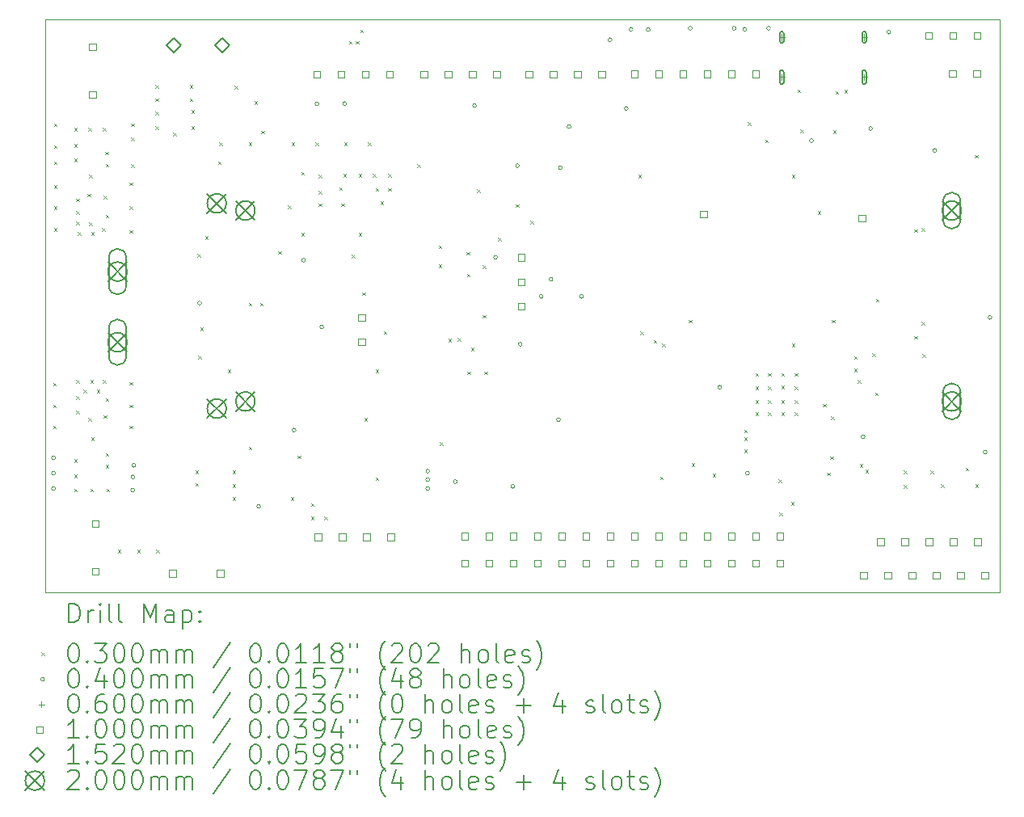
<source format=gbr>
%FSLAX45Y45*%
G04 Gerber Fmt 4.5, Leading zero omitted, Abs format (unit mm)*
G04 Created by KiCad (PCBNEW (6.0.1)) date 2022-09-27 15:49:09*
%MOMM*%
%LPD*%
G01*
G04 APERTURE LIST*
%TA.AperFunction,Profile*%
%ADD10C,0.100000*%
%TD*%
%ADD11C,0.200000*%
%ADD12C,0.030000*%
%ADD13C,0.040000*%
%ADD14C,0.060000*%
%ADD15C,0.100000*%
%ADD16C,0.152000*%
G04 APERTURE END LIST*
D10*
X1700000Y-10400000D02*
X11700000Y-10400000D01*
X11700000Y-10400000D02*
X11700000Y-16400000D01*
X11700000Y-16400000D02*
X1700000Y-16400000D01*
X1700000Y-16400000D02*
X1700000Y-10400000D01*
D11*
D12*
X1785000Y-14205000D02*
X1815000Y-14235000D01*
X1815000Y-14205000D02*
X1785000Y-14235000D01*
X1785000Y-14435000D02*
X1815000Y-14465000D01*
X1815000Y-14435000D02*
X1785000Y-14465000D01*
X1785000Y-14655000D02*
X1815000Y-14685000D01*
X1815000Y-14655000D02*
X1785000Y-14685000D01*
X1795000Y-11485000D02*
X1825000Y-11515000D01*
X1825000Y-11485000D02*
X1795000Y-11515000D01*
X1795000Y-11715000D02*
X1825000Y-11745000D01*
X1825000Y-11715000D02*
X1795000Y-11745000D01*
X1795000Y-11885000D02*
X1825000Y-11915000D01*
X1825000Y-11885000D02*
X1795000Y-11915000D01*
X1795000Y-12135000D02*
X1825000Y-12165000D01*
X1825000Y-12135000D02*
X1795000Y-12165000D01*
X1795000Y-12355000D02*
X1825000Y-12385000D01*
X1825000Y-12355000D02*
X1795000Y-12385000D01*
X1795000Y-12585000D02*
X1825000Y-12615000D01*
X1825000Y-12585000D02*
X1795000Y-12615000D01*
X2005000Y-11535000D02*
X2035000Y-11565000D01*
X2035000Y-11535000D02*
X2005000Y-11565000D01*
X2005000Y-11705000D02*
X2035000Y-11735000D01*
X2035000Y-11705000D02*
X2005000Y-11735000D01*
X2005000Y-11855000D02*
X2035000Y-11885000D01*
X2035000Y-11855000D02*
X2005000Y-11885000D01*
X2005000Y-15005000D02*
X2035000Y-15035000D01*
X2035000Y-15005000D02*
X2005000Y-15035000D01*
X2005000Y-15165000D02*
X2035000Y-15195000D01*
X2035000Y-15165000D02*
X2005000Y-15195000D01*
X2005000Y-15315000D02*
X2035000Y-15345000D01*
X2035000Y-15315000D02*
X2005000Y-15345000D01*
X2025000Y-12275000D02*
X2055000Y-12305000D01*
X2055000Y-12275000D02*
X2025000Y-12305000D01*
X2025000Y-12405000D02*
X2055000Y-12435000D01*
X2055000Y-12405000D02*
X2025000Y-12435000D01*
X2025000Y-12515000D02*
X2055000Y-12545000D01*
X2055000Y-12515000D02*
X2025000Y-12545000D01*
X2025000Y-14175000D02*
X2055000Y-14205000D01*
X2055000Y-14175000D02*
X2025000Y-14205000D01*
X2025000Y-14345000D02*
X2055000Y-14375000D01*
X2055000Y-14345000D02*
X2025000Y-14375000D01*
X2025000Y-14495000D02*
X2055000Y-14525000D01*
X2055000Y-14495000D02*
X2025000Y-14525000D01*
X2045000Y-12625000D02*
X2075000Y-12655000D01*
X2075000Y-12625000D02*
X2045000Y-12655000D01*
X2105000Y-14275000D02*
X2135000Y-14305000D01*
X2135000Y-14275000D02*
X2105000Y-14305000D01*
X2145000Y-12225000D02*
X2175000Y-12255000D01*
X2175000Y-12225000D02*
X2145000Y-12255000D01*
X2155000Y-11535000D02*
X2185000Y-11565000D01*
X2185000Y-11535000D02*
X2155000Y-11565000D01*
X2155000Y-14575000D02*
X2185000Y-14605000D01*
X2185000Y-14575000D02*
X2155000Y-14605000D01*
X2165000Y-12025000D02*
X2195000Y-12055000D01*
X2195000Y-12025000D02*
X2165000Y-12055000D01*
X2165000Y-12525000D02*
X2195000Y-12555000D01*
X2195000Y-12525000D02*
X2165000Y-12555000D01*
X2175000Y-14175000D02*
X2205000Y-14205000D01*
X2205000Y-14175000D02*
X2175000Y-14205000D01*
X2175000Y-15315000D02*
X2205000Y-15345000D01*
X2205000Y-15315000D02*
X2175000Y-15345000D01*
X2185000Y-12625000D02*
X2215000Y-12655000D01*
X2215000Y-12625000D02*
X2185000Y-12655000D01*
X2185000Y-14775000D02*
X2215000Y-14805000D01*
X2215000Y-14775000D02*
X2185000Y-14805000D01*
X2245000Y-14275000D02*
X2275000Y-14305000D01*
X2275000Y-14275000D02*
X2245000Y-14305000D01*
X2298917Y-12582745D02*
X2328917Y-12612745D01*
X2328917Y-12582745D02*
X2298917Y-12612745D01*
X2305000Y-11535000D02*
X2335000Y-11565000D01*
X2335000Y-11535000D02*
X2305000Y-11565000D01*
X2305000Y-14175000D02*
X2335000Y-14205000D01*
X2335000Y-14175000D02*
X2305000Y-14205000D01*
X2315000Y-12245000D02*
X2345000Y-12275000D01*
X2345000Y-12245000D02*
X2315000Y-12275000D01*
X2315000Y-14545000D02*
X2345000Y-14575000D01*
X2345000Y-14545000D02*
X2315000Y-14575000D01*
X2330016Y-11785000D02*
X2360016Y-11815000D01*
X2360016Y-11785000D02*
X2330016Y-11815000D01*
X2335000Y-11909950D02*
X2365000Y-11939950D01*
X2365000Y-11909950D02*
X2335000Y-11939950D01*
X2335000Y-12445000D02*
X2365000Y-12475000D01*
X2365000Y-12445000D02*
X2335000Y-12475000D01*
X2335000Y-14365000D02*
X2365000Y-14395000D01*
X2365000Y-14365000D02*
X2335000Y-14395000D01*
X2335000Y-14940050D02*
X2365000Y-14970050D01*
X2365000Y-14940050D02*
X2335000Y-14970050D01*
X2335000Y-15065000D02*
X2365000Y-15095000D01*
X2365000Y-15065000D02*
X2335000Y-15095000D01*
X2345000Y-15315000D02*
X2375000Y-15345000D01*
X2375000Y-15315000D02*
X2345000Y-15345000D01*
X2465000Y-15955000D02*
X2495000Y-15985000D01*
X2495000Y-15955000D02*
X2465000Y-15985000D01*
X2585000Y-12105000D02*
X2615000Y-12135000D01*
X2615000Y-12105000D02*
X2585000Y-12135000D01*
X2585000Y-12355000D02*
X2615000Y-12385000D01*
X2615000Y-12355000D02*
X2585000Y-12385000D01*
X2585000Y-12605000D02*
X2615000Y-12635000D01*
X2615000Y-12605000D02*
X2585000Y-12635000D01*
X2585000Y-14195000D02*
X2615000Y-14225000D01*
X2615000Y-14195000D02*
X2585000Y-14225000D01*
X2585000Y-14435000D02*
X2615000Y-14465000D01*
X2615000Y-14435000D02*
X2585000Y-14465000D01*
X2585000Y-14655000D02*
X2615000Y-14685000D01*
X2615000Y-14655000D02*
X2585000Y-14685000D01*
X2605000Y-11485000D02*
X2635000Y-11515000D01*
X2635000Y-11485000D02*
X2605000Y-11515000D01*
X2605000Y-11635000D02*
X2635000Y-11665000D01*
X2635000Y-11635000D02*
X2605000Y-11665000D01*
X2605000Y-11915000D02*
X2635000Y-11945000D01*
X2635000Y-11915000D02*
X2605000Y-11945000D01*
X2665000Y-15955000D02*
X2695000Y-15985000D01*
X2695000Y-15955000D02*
X2665000Y-15985000D01*
X2855000Y-11085000D02*
X2885000Y-11115000D01*
X2885000Y-11085000D02*
X2855000Y-11115000D01*
X2855000Y-11225000D02*
X2885000Y-11255000D01*
X2885000Y-11225000D02*
X2855000Y-11255000D01*
X2855000Y-11365000D02*
X2885000Y-11395000D01*
X2885000Y-11365000D02*
X2855000Y-11395000D01*
X2855000Y-11515000D02*
X2885000Y-11545000D01*
X2885000Y-11515000D02*
X2855000Y-11545000D01*
X2865000Y-15955000D02*
X2895000Y-15985000D01*
X2895000Y-15955000D02*
X2865000Y-15985000D01*
X3045000Y-11585000D02*
X3075000Y-11615000D01*
X3075000Y-11585000D02*
X3045000Y-11615000D01*
X3215000Y-11085000D02*
X3245000Y-11115000D01*
X3245000Y-11085000D02*
X3215000Y-11115000D01*
X3215000Y-11225000D02*
X3245000Y-11255000D01*
X3245000Y-11225000D02*
X3215000Y-11255000D01*
X3235000Y-11345000D02*
X3265000Y-11375000D01*
X3265000Y-11345000D02*
X3235000Y-11375000D01*
X3235000Y-11515000D02*
X3265000Y-11545000D01*
X3265000Y-11515000D02*
X3235000Y-11545000D01*
X3275000Y-15125000D02*
X3305000Y-15155000D01*
X3305000Y-15125000D02*
X3275000Y-15155000D01*
X3275000Y-15255000D02*
X3305000Y-15285000D01*
X3305000Y-15255000D02*
X3275000Y-15285000D01*
X3295000Y-12854950D02*
X3325000Y-12884950D01*
X3325000Y-12854950D02*
X3295000Y-12884950D01*
X3305000Y-13919950D02*
X3335000Y-13949950D01*
X3335000Y-13919950D02*
X3305000Y-13949950D01*
X3325000Y-13625000D02*
X3355000Y-13655000D01*
X3355000Y-13625000D02*
X3325000Y-13655000D01*
X3377450Y-12669950D02*
X3407450Y-12699950D01*
X3407450Y-12669950D02*
X3377450Y-12699950D01*
X3515000Y-11885000D02*
X3545000Y-11915000D01*
X3545000Y-11885000D02*
X3515000Y-11915000D01*
X3525000Y-11685000D02*
X3555000Y-11715000D01*
X3555000Y-11685000D02*
X3525000Y-11715000D01*
X3615000Y-14065000D02*
X3645000Y-14095000D01*
X3645000Y-14065000D02*
X3615000Y-14095000D01*
X3665000Y-15125000D02*
X3695000Y-15155000D01*
X3695000Y-15125000D02*
X3665000Y-15155000D01*
X3665000Y-15265000D02*
X3695000Y-15295000D01*
X3695000Y-15265000D02*
X3665000Y-15295000D01*
X3665000Y-15405000D02*
X3695000Y-15435000D01*
X3695000Y-15405000D02*
X3665000Y-15435000D01*
X3685000Y-11095000D02*
X3715000Y-11125000D01*
X3715000Y-11095000D02*
X3685000Y-11125000D01*
X3835000Y-11685000D02*
X3865000Y-11715000D01*
X3865000Y-11685000D02*
X3835000Y-11715000D01*
X3835000Y-13365000D02*
X3865000Y-13395000D01*
X3865000Y-13365000D02*
X3835000Y-13395000D01*
X3835000Y-14875000D02*
X3865000Y-14905000D01*
X3865000Y-14875000D02*
X3835000Y-14905000D01*
X3895000Y-11255000D02*
X3925000Y-11285000D01*
X3925000Y-11255000D02*
X3895000Y-11285000D01*
X3955000Y-13365000D02*
X3985000Y-13395000D01*
X3985000Y-13365000D02*
X3955000Y-13395000D01*
X3965000Y-11565000D02*
X3995000Y-11595000D01*
X3995000Y-11565000D02*
X3965000Y-11595000D01*
X4145000Y-12825000D02*
X4175000Y-12855000D01*
X4175000Y-12825000D02*
X4145000Y-12855000D01*
X4245000Y-12345000D02*
X4275000Y-12375000D01*
X4275000Y-12345000D02*
X4245000Y-12375000D01*
X4275000Y-15405000D02*
X4305000Y-15435000D01*
X4305000Y-15405000D02*
X4275000Y-15435000D01*
X4285000Y-11685000D02*
X4315000Y-11715000D01*
X4315000Y-11685000D02*
X4285000Y-11715000D01*
X4345000Y-14965000D02*
X4375000Y-14995000D01*
X4375000Y-14965000D02*
X4345000Y-14995000D01*
X4385000Y-11995000D02*
X4415000Y-12025000D01*
X4415000Y-11995000D02*
X4385000Y-12025000D01*
X4385000Y-12635000D02*
X4415000Y-12665000D01*
X4415000Y-12635000D02*
X4385000Y-12665000D01*
X4485000Y-15465000D02*
X4515000Y-15495000D01*
X4515000Y-15465000D02*
X4485000Y-15495000D01*
X4485000Y-15605000D02*
X4515000Y-15635000D01*
X4515000Y-15605000D02*
X4485000Y-15635000D01*
X4535000Y-11685000D02*
X4565000Y-11715000D01*
X4565000Y-11685000D02*
X4535000Y-11715000D01*
X4565000Y-12025000D02*
X4595000Y-12055000D01*
X4595000Y-12025000D02*
X4565000Y-12055000D01*
X4565000Y-12195000D02*
X4595000Y-12225000D01*
X4595000Y-12195000D02*
X4565000Y-12225000D01*
X4565000Y-12325000D02*
X4595000Y-12355000D01*
X4595000Y-12325000D02*
X4565000Y-12355000D01*
X4625000Y-15605000D02*
X4655000Y-15635000D01*
X4655000Y-15605000D02*
X4625000Y-15635000D01*
X4785000Y-12155000D02*
X4815000Y-12185000D01*
X4815000Y-12155000D02*
X4785000Y-12185000D01*
X4805000Y-12325000D02*
X4835000Y-12355000D01*
X4835000Y-12325000D02*
X4805000Y-12355000D01*
X4825000Y-12015000D02*
X4855000Y-12045000D01*
X4855000Y-12015000D02*
X4825000Y-12045000D01*
X4835000Y-11685000D02*
X4865000Y-11715000D01*
X4865000Y-11685000D02*
X4835000Y-11715000D01*
X4885000Y-10625000D02*
X4915000Y-10655000D01*
X4915000Y-10625000D02*
X4885000Y-10655000D01*
X4915000Y-12865000D02*
X4945000Y-12895000D01*
X4945000Y-12865000D02*
X4915000Y-12895000D01*
X4955000Y-10625000D02*
X4985000Y-10655000D01*
X4985000Y-10625000D02*
X4955000Y-10655000D01*
X4985000Y-12015000D02*
X5015000Y-12045000D01*
X5015000Y-12015000D02*
X4985000Y-12045000D01*
X4985000Y-12635000D02*
X5015000Y-12665000D01*
X5015000Y-12635000D02*
X4985000Y-12665000D01*
X5005000Y-10505000D02*
X5035000Y-10535000D01*
X5035000Y-10505000D02*
X5005000Y-10535000D01*
X5025000Y-13255000D02*
X5055000Y-13285000D01*
X5055000Y-13255000D02*
X5025000Y-13285000D01*
X5045000Y-14575000D02*
X5075000Y-14605000D01*
X5075000Y-14575000D02*
X5045000Y-14605000D01*
X5085000Y-11685000D02*
X5115000Y-11715000D01*
X5115000Y-11685000D02*
X5085000Y-11715000D01*
X5135000Y-12015000D02*
X5165000Y-12045000D01*
X5165000Y-12015000D02*
X5135000Y-12045000D01*
X5162550Y-14065000D02*
X5192550Y-14095000D01*
X5192550Y-14065000D02*
X5162550Y-14095000D01*
X5165000Y-12165000D02*
X5195000Y-12195000D01*
X5195000Y-12165000D02*
X5165000Y-12195000D01*
X5165000Y-15195000D02*
X5195000Y-15225000D01*
X5195000Y-15195000D02*
X5165000Y-15225000D01*
X5215000Y-12305000D02*
X5245000Y-12335000D01*
X5245000Y-12305000D02*
X5215000Y-12335000D01*
X5247288Y-13662712D02*
X5277288Y-13692712D01*
X5277288Y-13662712D02*
X5247288Y-13692712D01*
X5295000Y-12015000D02*
X5325000Y-12045000D01*
X5325000Y-12015000D02*
X5295000Y-12045000D01*
X5295000Y-12165000D02*
X5325000Y-12195000D01*
X5325000Y-12165000D02*
X5295000Y-12195000D01*
X5599901Y-11915000D02*
X5629901Y-11945000D01*
X5629901Y-11915000D02*
X5599901Y-11945000D01*
X5824950Y-12765000D02*
X5854950Y-12795000D01*
X5854950Y-12765000D02*
X5824950Y-12795000D01*
X5824950Y-12965000D02*
X5854950Y-12995000D01*
X5854950Y-12965000D02*
X5824950Y-12995000D01*
X5835000Y-14825000D02*
X5865000Y-14855000D01*
X5865000Y-14825000D02*
X5835000Y-14855000D01*
X5925000Y-13745000D02*
X5955000Y-13775000D01*
X5955000Y-13745000D02*
X5925000Y-13775000D01*
X6025000Y-13735000D02*
X6055000Y-13765000D01*
X6055000Y-13735000D02*
X6025000Y-13765000D01*
X6115000Y-12835000D02*
X6145000Y-12865000D01*
X6145000Y-12835000D02*
X6115000Y-12865000D01*
X6121337Y-13061337D02*
X6151337Y-13091337D01*
X6151337Y-13061337D02*
X6121337Y-13091337D01*
X6125000Y-14085000D02*
X6155000Y-14115000D01*
X6155000Y-14085000D02*
X6125000Y-14115000D01*
X6165000Y-13835000D02*
X6195000Y-13865000D01*
X6195000Y-13835000D02*
X6165000Y-13865000D01*
X6225000Y-12175000D02*
X6255000Y-12205000D01*
X6255000Y-12175000D02*
X6225000Y-12205000D01*
X6285000Y-12975000D02*
X6315000Y-13005000D01*
X6315000Y-12975000D02*
X6285000Y-13005000D01*
X6285000Y-13495000D02*
X6315000Y-13525000D01*
X6315000Y-13495000D02*
X6285000Y-13525000D01*
X6305000Y-14085000D02*
X6335000Y-14115000D01*
X6335000Y-14085000D02*
X6305000Y-14115000D01*
X6445000Y-12685000D02*
X6475000Y-12715000D01*
X6475000Y-12685000D02*
X6445000Y-12715000D01*
X6633702Y-12335000D02*
X6663702Y-12365000D01*
X6663702Y-12335000D02*
X6633702Y-12365000D01*
X6785000Y-12505000D02*
X6815000Y-12535000D01*
X6815000Y-12505000D02*
X6785000Y-12535000D01*
X7915000Y-12025000D02*
X7945000Y-12055000D01*
X7945000Y-12025000D02*
X7915000Y-12055000D01*
X7935000Y-13665000D02*
X7965000Y-13695000D01*
X7965000Y-13665000D02*
X7935000Y-13695000D01*
X8075000Y-13755000D02*
X8105000Y-13785000D01*
X8105000Y-13755000D02*
X8075000Y-13785000D01*
X8145000Y-15185000D02*
X8175000Y-15215000D01*
X8175000Y-15185000D02*
X8145000Y-15215000D01*
X8165000Y-13795000D02*
X8195000Y-13825000D01*
X8195000Y-13795000D02*
X8165000Y-13825000D01*
X8445000Y-13545000D02*
X8475000Y-13575000D01*
X8475000Y-13545000D02*
X8445000Y-13575000D01*
X8475000Y-15045000D02*
X8505000Y-15075000D01*
X8505000Y-15045000D02*
X8475000Y-15075000D01*
X8695000Y-15155000D02*
X8725000Y-15185000D01*
X8725000Y-15155000D02*
X8695000Y-15185000D01*
X9025000Y-14695000D02*
X9055000Y-14725000D01*
X9055000Y-14695000D02*
X9025000Y-14725000D01*
X9025000Y-14775000D02*
X9055000Y-14805000D01*
X9055000Y-14775000D02*
X9025000Y-14805000D01*
X9025000Y-14905000D02*
X9055000Y-14935000D01*
X9055000Y-14905000D02*
X9025000Y-14935000D01*
X9065000Y-11475000D02*
X9095000Y-11505000D01*
X9095000Y-11475000D02*
X9065000Y-11505000D01*
X9145000Y-14105000D02*
X9175000Y-14135000D01*
X9175000Y-14105000D02*
X9145000Y-14135000D01*
X9145000Y-14245000D02*
X9175000Y-14275000D01*
X9175000Y-14245000D02*
X9145000Y-14275000D01*
X9145000Y-14385000D02*
X9175000Y-14415000D01*
X9175000Y-14385000D02*
X9145000Y-14415000D01*
X9145000Y-14515000D02*
X9175000Y-14545000D01*
X9175000Y-14515000D02*
X9145000Y-14545000D01*
X9245000Y-11655000D02*
X9275000Y-11685000D01*
X9275000Y-11655000D02*
X9245000Y-11685000D01*
X9275000Y-14105000D02*
X9305000Y-14135000D01*
X9305000Y-14105000D02*
X9275000Y-14135000D01*
X9275000Y-14245000D02*
X9305000Y-14275000D01*
X9305000Y-14245000D02*
X9275000Y-14275000D01*
X9275000Y-14385000D02*
X9305000Y-14415000D01*
X9305000Y-14385000D02*
X9275000Y-14415000D01*
X9275000Y-14515000D02*
X9305000Y-14545000D01*
X9305000Y-14515000D02*
X9275000Y-14545000D01*
X9385000Y-15215000D02*
X9415000Y-15245000D01*
X9415000Y-15215000D02*
X9385000Y-15245000D01*
X9395000Y-15565000D02*
X9425000Y-15595000D01*
X9425000Y-15565000D02*
X9395000Y-15595000D01*
X9415000Y-14105000D02*
X9445000Y-14135000D01*
X9445000Y-14105000D02*
X9415000Y-14135000D01*
X9415000Y-14235000D02*
X9445000Y-14265000D01*
X9445000Y-14235000D02*
X9415000Y-14265000D01*
X9415000Y-14385000D02*
X9445000Y-14415000D01*
X9445000Y-14385000D02*
X9415000Y-14415000D01*
X9415000Y-14515000D02*
X9445000Y-14545000D01*
X9445000Y-14515000D02*
X9415000Y-14545000D01*
X9515000Y-15455000D02*
X9545000Y-15485000D01*
X9545000Y-15455000D02*
X9515000Y-15485000D01*
X9525000Y-12025000D02*
X9555000Y-12055000D01*
X9555000Y-12025000D02*
X9525000Y-12055000D01*
X9525000Y-13795000D02*
X9555000Y-13825000D01*
X9555000Y-13795000D02*
X9525000Y-13825000D01*
X9555000Y-14105000D02*
X9585000Y-14135000D01*
X9585000Y-14105000D02*
X9555000Y-14135000D01*
X9555000Y-14245000D02*
X9585000Y-14275000D01*
X9585000Y-14245000D02*
X9555000Y-14275000D01*
X9555000Y-14385000D02*
X9585000Y-14415000D01*
X9585000Y-14385000D02*
X9555000Y-14415000D01*
X9555000Y-14515000D02*
X9585000Y-14545000D01*
X9585000Y-14515000D02*
X9555000Y-14545000D01*
X9584322Y-11132302D02*
X9614322Y-11162302D01*
X9614322Y-11132302D02*
X9584322Y-11162302D01*
X9615000Y-11550625D02*
X9645000Y-11580625D01*
X9645000Y-11550625D02*
X9615000Y-11580625D01*
X9795000Y-12405000D02*
X9825000Y-12435000D01*
X9825000Y-12405000D02*
X9795000Y-12435000D01*
X9849950Y-14425000D02*
X9879950Y-14455000D01*
X9879950Y-14425000D02*
X9849950Y-14455000D01*
X9895000Y-15145000D02*
X9925000Y-15175000D01*
X9925000Y-15145000D02*
X9895000Y-15175000D01*
X9925000Y-14975000D02*
X9955000Y-15005000D01*
X9955000Y-14975000D02*
X9925000Y-15005000D01*
X9935000Y-14555000D02*
X9965000Y-14585000D01*
X9965000Y-14555000D02*
X9935000Y-14585000D01*
X9945000Y-13545048D02*
X9975000Y-13575048D01*
X9975000Y-13545048D02*
X9945000Y-13575048D01*
X9957450Y-11560625D02*
X9987450Y-11590625D01*
X9987450Y-11560625D02*
X9957450Y-11590625D01*
X9983312Y-11150050D02*
X10013312Y-11180050D01*
X10013312Y-11150050D02*
X9983312Y-11180050D01*
X10075000Y-11135000D02*
X10105000Y-11165000D01*
X10105000Y-11135000D02*
X10075000Y-11165000D01*
X10175000Y-13925000D02*
X10205000Y-13955000D01*
X10205000Y-13925000D02*
X10175000Y-13955000D01*
X10175000Y-14055000D02*
X10205000Y-14085000D01*
X10205000Y-14055000D02*
X10175000Y-14085000D01*
X10215000Y-14175000D02*
X10245000Y-14205000D01*
X10245000Y-14175000D02*
X10215000Y-14205000D01*
X10236716Y-15056716D02*
X10266716Y-15086716D01*
X10266716Y-15056716D02*
X10236716Y-15086716D01*
X10293284Y-15113284D02*
X10323284Y-15143284D01*
X10323284Y-15113284D02*
X10293284Y-15143284D01*
X10365000Y-13895000D02*
X10395000Y-13925000D01*
X10395000Y-13895000D02*
X10365000Y-13925000D01*
X10395000Y-14305000D02*
X10425000Y-14335000D01*
X10425000Y-14305000D02*
X10395000Y-14335000D01*
X10405000Y-13325000D02*
X10435000Y-13355000D01*
X10435000Y-13325000D02*
X10405000Y-13355000D01*
X10695000Y-15125000D02*
X10725000Y-15155000D01*
X10725000Y-15125000D02*
X10695000Y-15155000D01*
X10698818Y-15276606D02*
X10728818Y-15306606D01*
X10728818Y-15276606D02*
X10698818Y-15306606D01*
X10805000Y-12595000D02*
X10835000Y-12625000D01*
X10835000Y-12595000D02*
X10805000Y-12625000D01*
X10805000Y-13715000D02*
X10835000Y-13745000D01*
X10835000Y-13715000D02*
X10805000Y-13745000D01*
X10885000Y-12585000D02*
X10915000Y-12615000D01*
X10915000Y-12585000D02*
X10885000Y-12615000D01*
X10885000Y-13565000D02*
X10915000Y-13595000D01*
X10915000Y-13565000D02*
X10885000Y-13595000D01*
X10890050Y-13905000D02*
X10920050Y-13935000D01*
X10920050Y-13905000D02*
X10890050Y-13935000D01*
X10975000Y-15125000D02*
X11005000Y-15155000D01*
X11005000Y-15125000D02*
X10975000Y-15155000D01*
X11085000Y-15265000D02*
X11115000Y-15295000D01*
X11115000Y-15265000D02*
X11085000Y-15295000D01*
X11345000Y-15095000D02*
X11375000Y-15125000D01*
X11375000Y-15095000D02*
X11345000Y-15125000D01*
X11443975Y-11816662D02*
X11473975Y-11846662D01*
X11473975Y-11816662D02*
X11443975Y-11846662D01*
X11445000Y-15265000D02*
X11475000Y-15295000D01*
X11475000Y-15265000D02*
X11445000Y-15295000D01*
D13*
X1810000Y-14990000D02*
G75*
G03*
X1810000Y-14990000I-20000J0D01*
G01*
X1810000Y-14990000D02*
G75*
G03*
X1810000Y-14990000I-20000J0D01*
G01*
X1810000Y-15150000D02*
G75*
G03*
X1810000Y-15150000I-20000J0D01*
G01*
X1810000Y-15150000D02*
G75*
G03*
X1810000Y-15150000I-20000J0D01*
G01*
X1810000Y-15310000D02*
G75*
G03*
X1810000Y-15310000I-20000J0D01*
G01*
X2640000Y-15190000D02*
G75*
G03*
X2640000Y-15190000I-20000J0D01*
G01*
X2640000Y-15330000D02*
G75*
G03*
X2640000Y-15330000I-20000J0D01*
G01*
X2650000Y-15070000D02*
G75*
G03*
X2650000Y-15070000I-20000J0D01*
G01*
X3340000Y-13370000D02*
G75*
G03*
X3340000Y-13370000I-20000J0D01*
G01*
X3960000Y-15500000D02*
G75*
G03*
X3960000Y-15500000I-20000J0D01*
G01*
X4330000Y-14700000D02*
G75*
G03*
X4330000Y-14700000I-20000J0D01*
G01*
X4430000Y-12920000D02*
G75*
G03*
X4430000Y-12920000I-20000J0D01*
G01*
X4570000Y-11280000D02*
G75*
G03*
X4570000Y-11280000I-20000J0D01*
G01*
X4620000Y-13620000D02*
G75*
G03*
X4620000Y-13620000I-20000J0D01*
G01*
X4860000Y-11280000D02*
G75*
G03*
X4860000Y-11280000I-20000J0D01*
G01*
X5730000Y-15130000D02*
G75*
G03*
X5730000Y-15130000I-20000J0D01*
G01*
X5730000Y-15220000D02*
G75*
G03*
X5730000Y-15220000I-20000J0D01*
G01*
X5730000Y-15310000D02*
G75*
G03*
X5730000Y-15310000I-20000J0D01*
G01*
X6020000Y-15240000D02*
G75*
G03*
X6020000Y-15240000I-20000J0D01*
G01*
X6220000Y-11300000D02*
G75*
G03*
X6220000Y-11300000I-20000J0D01*
G01*
X6440000Y-12890000D02*
G75*
G03*
X6440000Y-12890000I-20000J0D01*
G01*
X6620000Y-15290000D02*
G75*
G03*
X6620000Y-15290000I-20000J0D01*
G01*
X6670000Y-11930000D02*
G75*
G03*
X6670000Y-11930000I-20000J0D01*
G01*
X6700000Y-13800000D02*
G75*
G03*
X6700000Y-13800000I-20000J0D01*
G01*
X6920000Y-13300000D02*
G75*
G03*
X6920000Y-13300000I-20000J0D01*
G01*
X7020000Y-13120000D02*
G75*
G03*
X7020000Y-13120000I-20000J0D01*
G01*
X7100000Y-14590000D02*
G75*
G03*
X7100000Y-14590000I-20000J0D01*
G01*
X7120000Y-11950000D02*
G75*
G03*
X7120000Y-11950000I-20000J0D01*
G01*
X7210000Y-11520000D02*
G75*
G03*
X7210000Y-11520000I-20000J0D01*
G01*
X7340000Y-13300000D02*
G75*
G03*
X7340000Y-13300000I-20000J0D01*
G01*
X7640000Y-10610000D02*
G75*
G03*
X7640000Y-10610000I-20000J0D01*
G01*
X7810000Y-11330000D02*
G75*
G03*
X7810000Y-11330000I-20000J0D01*
G01*
X7860000Y-10500000D02*
G75*
G03*
X7860000Y-10500000I-20000J0D01*
G01*
X8040000Y-10505050D02*
G75*
G03*
X8040000Y-10505050I-20000J0D01*
G01*
X8480000Y-10490000D02*
G75*
G03*
X8480000Y-10490000I-20000J0D01*
G01*
X8790000Y-14250000D02*
G75*
G03*
X8790000Y-14250000I-20000J0D01*
G01*
X8940000Y-10490000D02*
G75*
G03*
X8940000Y-10490000I-20000J0D01*
G01*
X8940000Y-10490000D02*
G75*
G03*
X8940000Y-10490000I-20000J0D01*
G01*
X9050000Y-10500000D02*
G75*
G03*
X9050000Y-10500000I-20000J0D01*
G01*
X9080000Y-15150000D02*
G75*
G03*
X9080000Y-15150000I-20000J0D01*
G01*
X9300000Y-10490000D02*
G75*
G03*
X9300000Y-10490000I-20000J0D01*
G01*
X9750000Y-11665625D02*
G75*
G03*
X9750000Y-11665625I-20000J0D01*
G01*
X10290000Y-14770000D02*
G75*
G03*
X10290000Y-14770000I-20000J0D01*
G01*
X10370000Y-11540000D02*
G75*
G03*
X10370000Y-11540000I-20000J0D01*
G01*
X10560000Y-10530000D02*
G75*
G03*
X10560000Y-10530000I-20000J0D01*
G01*
X11040000Y-11770000D02*
G75*
G03*
X11040000Y-11770000I-20000J0D01*
G01*
X11570000Y-14930000D02*
G75*
G03*
X11570000Y-14930000I-20000J0D01*
G01*
X11620000Y-13520000D02*
G75*
G03*
X11620000Y-13520000I-20000J0D01*
G01*
D14*
X9418000Y-10553500D02*
X9418000Y-10613500D01*
X9388000Y-10583500D02*
X9448000Y-10583500D01*
D11*
X9398000Y-10543500D02*
X9398000Y-10623500D01*
X9438000Y-10543500D02*
X9438000Y-10623500D01*
X9398000Y-10623500D02*
G75*
G03*
X9438000Y-10623500I20000J0D01*
G01*
X9438000Y-10543500D02*
G75*
G03*
X9398000Y-10543500I-20000J0D01*
G01*
D14*
X9418000Y-10970500D02*
X9418000Y-11030500D01*
X9388000Y-11000500D02*
X9448000Y-11000500D01*
D11*
X9398000Y-10945500D02*
X9398000Y-11055500D01*
X9438000Y-10945500D02*
X9438000Y-11055500D01*
X9398000Y-11055500D02*
G75*
G03*
X9438000Y-11055500I20000J0D01*
G01*
X9438000Y-10945500D02*
G75*
G03*
X9398000Y-10945500I-20000J0D01*
G01*
D14*
X10282000Y-10553500D02*
X10282000Y-10613500D01*
X10252000Y-10583500D02*
X10312000Y-10583500D01*
D11*
X10262000Y-10543500D02*
X10262000Y-10623500D01*
X10302000Y-10543500D02*
X10302000Y-10623500D01*
X10262000Y-10623500D02*
G75*
G03*
X10302000Y-10623500I20000J0D01*
G01*
X10302000Y-10543500D02*
G75*
G03*
X10262000Y-10543500I-20000J0D01*
G01*
D14*
X10282000Y-10970500D02*
X10282000Y-11030500D01*
X10252000Y-11000500D02*
X10312000Y-11000500D01*
D11*
X10262000Y-10945500D02*
X10262000Y-11055500D01*
X10302000Y-10945500D02*
X10302000Y-11055500D01*
X10262000Y-11055500D02*
G75*
G03*
X10302000Y-11055500I20000J0D01*
G01*
X10302000Y-10945500D02*
G75*
G03*
X10262000Y-10945500I-20000J0D01*
G01*
D15*
X2235356Y-10722123D02*
X2235356Y-10651412D01*
X2164644Y-10651412D01*
X2164644Y-10722123D01*
X2235356Y-10722123D01*
X2235356Y-11222123D02*
X2235356Y-11151412D01*
X2164644Y-11151412D01*
X2164644Y-11222123D01*
X2235356Y-11222123D01*
X2265356Y-15715356D02*
X2265356Y-15644644D01*
X2194644Y-15644644D01*
X2194644Y-15715356D01*
X2265356Y-15715356D01*
X2265356Y-16215356D02*
X2265356Y-16144644D01*
X2194644Y-16144644D01*
X2194644Y-16215356D01*
X2265356Y-16215356D01*
X3072123Y-16235356D02*
X3072123Y-16164644D01*
X3001412Y-16164644D01*
X3001412Y-16235356D01*
X3072123Y-16235356D01*
X3572123Y-16235356D02*
X3572123Y-16164644D01*
X3501412Y-16164644D01*
X3501412Y-16235356D01*
X3572123Y-16235356D01*
X4585856Y-11005356D02*
X4585856Y-10934644D01*
X4515144Y-10934644D01*
X4515144Y-11005356D01*
X4585856Y-11005356D01*
X4595356Y-15855356D02*
X4595356Y-15784644D01*
X4524644Y-15784644D01*
X4524644Y-15855356D01*
X4595356Y-15855356D01*
X4839856Y-11005356D02*
X4839856Y-10934644D01*
X4769144Y-10934644D01*
X4769144Y-11005356D01*
X4839856Y-11005356D01*
X4849356Y-15855356D02*
X4849356Y-15784644D01*
X4778644Y-15784644D01*
X4778644Y-15855356D01*
X4849356Y-15855356D01*
X5052856Y-13556356D02*
X5052856Y-13485644D01*
X4982144Y-13485644D01*
X4982144Y-13556356D01*
X5052856Y-13556356D01*
X5052856Y-13810356D02*
X5052856Y-13739644D01*
X4982144Y-13739644D01*
X4982144Y-13810356D01*
X5052856Y-13810356D01*
X5093856Y-11005356D02*
X5093856Y-10934644D01*
X5023144Y-10934644D01*
X5023144Y-11005356D01*
X5093856Y-11005356D01*
X5103356Y-15855356D02*
X5103356Y-15784644D01*
X5032644Y-15784644D01*
X5032644Y-15855356D01*
X5103356Y-15855356D01*
X5347856Y-11005356D02*
X5347856Y-10934644D01*
X5277144Y-10934644D01*
X5277144Y-11005356D01*
X5347856Y-11005356D01*
X5357356Y-15855356D02*
X5357356Y-15784644D01*
X5286644Y-15784644D01*
X5286644Y-15855356D01*
X5357356Y-15855356D01*
X5705856Y-11005356D02*
X5705856Y-10934644D01*
X5635144Y-10934644D01*
X5635144Y-11005356D01*
X5705856Y-11005356D01*
X5959856Y-11005356D02*
X5959856Y-10934644D01*
X5889144Y-10934644D01*
X5889144Y-11005356D01*
X5959856Y-11005356D01*
X6133356Y-15845356D02*
X6133356Y-15774644D01*
X6062644Y-15774644D01*
X6062644Y-15845356D01*
X6133356Y-15845356D01*
X6135356Y-16132856D02*
X6135356Y-16062144D01*
X6064644Y-16062144D01*
X6064644Y-16132856D01*
X6135356Y-16132856D01*
X6213856Y-11005356D02*
X6213856Y-10934644D01*
X6143144Y-10934644D01*
X6143144Y-11005356D01*
X6213856Y-11005356D01*
X6387356Y-15845356D02*
X6387356Y-15774644D01*
X6316644Y-15774644D01*
X6316644Y-15845356D01*
X6387356Y-15845356D01*
X6389356Y-16132856D02*
X6389356Y-16062144D01*
X6318644Y-16062144D01*
X6318644Y-16132856D01*
X6389356Y-16132856D01*
X6467856Y-11005356D02*
X6467856Y-10934644D01*
X6397144Y-10934644D01*
X6397144Y-11005356D01*
X6467856Y-11005356D01*
X6641356Y-15845356D02*
X6641356Y-15774644D01*
X6570644Y-15774644D01*
X6570644Y-15845356D01*
X6641356Y-15845356D01*
X6643356Y-16132856D02*
X6643356Y-16062144D01*
X6572644Y-16062144D01*
X6572644Y-16132856D01*
X6643356Y-16132856D01*
X6724106Y-12925356D02*
X6724106Y-12854644D01*
X6653394Y-12854644D01*
X6653394Y-12925356D01*
X6724106Y-12925356D01*
X6725356Y-13185356D02*
X6725356Y-13114644D01*
X6654644Y-13114644D01*
X6654644Y-13185356D01*
X6725356Y-13185356D01*
X6725356Y-13439356D02*
X6725356Y-13368644D01*
X6654644Y-13368644D01*
X6654644Y-13439356D01*
X6725356Y-13439356D01*
X6805856Y-11005356D02*
X6805856Y-10934644D01*
X6735144Y-10934644D01*
X6735144Y-11005356D01*
X6805856Y-11005356D01*
X6895356Y-15845356D02*
X6895356Y-15774644D01*
X6824644Y-15774644D01*
X6824644Y-15845356D01*
X6895356Y-15845356D01*
X6897356Y-16132856D02*
X6897356Y-16062144D01*
X6826644Y-16062144D01*
X6826644Y-16132856D01*
X6897356Y-16132856D01*
X7059856Y-11005356D02*
X7059856Y-10934644D01*
X6989144Y-10934644D01*
X6989144Y-11005356D01*
X7059856Y-11005356D01*
X7149356Y-15845356D02*
X7149356Y-15774644D01*
X7078644Y-15774644D01*
X7078644Y-15845356D01*
X7149356Y-15845356D01*
X7151356Y-16132856D02*
X7151356Y-16062144D01*
X7080644Y-16062144D01*
X7080644Y-16132856D01*
X7151356Y-16132856D01*
X7313856Y-11005356D02*
X7313856Y-10934644D01*
X7243144Y-10934644D01*
X7243144Y-11005356D01*
X7313856Y-11005356D01*
X7403356Y-15845356D02*
X7403356Y-15774644D01*
X7332644Y-15774644D01*
X7332644Y-15845356D01*
X7403356Y-15845356D01*
X7405356Y-16132856D02*
X7405356Y-16062144D01*
X7334644Y-16062144D01*
X7334644Y-16132856D01*
X7405356Y-16132856D01*
X7567856Y-11005356D02*
X7567856Y-10934644D01*
X7497144Y-10934644D01*
X7497144Y-11005356D01*
X7567856Y-11005356D01*
X7657356Y-15845356D02*
X7657356Y-15774644D01*
X7586644Y-15774644D01*
X7586644Y-15845356D01*
X7657356Y-15845356D01*
X7659356Y-16132856D02*
X7659356Y-16062144D01*
X7588644Y-16062144D01*
X7588644Y-16132856D01*
X7659356Y-16132856D01*
X7911356Y-15845356D02*
X7911356Y-15774644D01*
X7840644Y-15774644D01*
X7840644Y-15845356D01*
X7911356Y-15845356D01*
X7913356Y-11002856D02*
X7913356Y-10932144D01*
X7842644Y-10932144D01*
X7842644Y-11002856D01*
X7913356Y-11002856D01*
X7913356Y-16132856D02*
X7913356Y-16062144D01*
X7842644Y-16062144D01*
X7842644Y-16132856D01*
X7913356Y-16132856D01*
X8165356Y-15845356D02*
X8165356Y-15774644D01*
X8094644Y-15774644D01*
X8094644Y-15845356D01*
X8165356Y-15845356D01*
X8167356Y-11002856D02*
X8167356Y-10932144D01*
X8096644Y-10932144D01*
X8096644Y-11002856D01*
X8167356Y-11002856D01*
X8167356Y-16132856D02*
X8167356Y-16062144D01*
X8096644Y-16062144D01*
X8096644Y-16132856D01*
X8167356Y-16132856D01*
X8419356Y-15845356D02*
X8419356Y-15774644D01*
X8348644Y-15774644D01*
X8348644Y-15845356D01*
X8419356Y-15845356D01*
X8421356Y-11002856D02*
X8421356Y-10932144D01*
X8350644Y-10932144D01*
X8350644Y-11002856D01*
X8421356Y-11002856D01*
X8421356Y-16132856D02*
X8421356Y-16062144D01*
X8350644Y-16062144D01*
X8350644Y-16132856D01*
X8421356Y-16132856D01*
X8635356Y-12475177D02*
X8635356Y-12404465D01*
X8564644Y-12404465D01*
X8564644Y-12475177D01*
X8635356Y-12475177D01*
X8673356Y-15845356D02*
X8673356Y-15774644D01*
X8602644Y-15774644D01*
X8602644Y-15845356D01*
X8673356Y-15845356D01*
X8675356Y-11002856D02*
X8675356Y-10932144D01*
X8604644Y-10932144D01*
X8604644Y-11002856D01*
X8675356Y-11002856D01*
X8675356Y-16132856D02*
X8675356Y-16062144D01*
X8604644Y-16062144D01*
X8604644Y-16132856D01*
X8675356Y-16132856D01*
X8927356Y-15845356D02*
X8927356Y-15774644D01*
X8856644Y-15774644D01*
X8856644Y-15845356D01*
X8927356Y-15845356D01*
X8929356Y-11002856D02*
X8929356Y-10932144D01*
X8858644Y-10932144D01*
X8858644Y-11002856D01*
X8929356Y-11002856D01*
X8929356Y-16132856D02*
X8929356Y-16062144D01*
X8858644Y-16062144D01*
X8858644Y-16132856D01*
X8929356Y-16132856D01*
X9181356Y-15845356D02*
X9181356Y-15774644D01*
X9110644Y-15774644D01*
X9110644Y-15845356D01*
X9181356Y-15845356D01*
X9183356Y-11002856D02*
X9183356Y-10932144D01*
X9112644Y-10932144D01*
X9112644Y-11002856D01*
X9183356Y-11002856D01*
X9183356Y-16132856D02*
X9183356Y-16062144D01*
X9112644Y-16062144D01*
X9112644Y-16132856D01*
X9183356Y-16132856D01*
X9435356Y-15845356D02*
X9435356Y-15774644D01*
X9364644Y-15774644D01*
X9364644Y-15845356D01*
X9435356Y-15845356D01*
X9437356Y-16132856D02*
X9437356Y-16062144D01*
X9366644Y-16062144D01*
X9366644Y-16132856D01*
X9437356Y-16132856D01*
X10295356Y-12515356D02*
X10295356Y-12444644D01*
X10224644Y-12444644D01*
X10224644Y-12515356D01*
X10295356Y-12515356D01*
X10310296Y-16259170D02*
X10310296Y-16188458D01*
X10239584Y-16188458D01*
X10239584Y-16259170D01*
X10310296Y-16259170D01*
X10487856Y-15905356D02*
X10487856Y-15834644D01*
X10417144Y-15834644D01*
X10417144Y-15905356D01*
X10487856Y-15905356D01*
X10564296Y-16259170D02*
X10564296Y-16188458D01*
X10493584Y-16188458D01*
X10493584Y-16259170D01*
X10564296Y-16259170D01*
X10741856Y-15905356D02*
X10741856Y-15834644D01*
X10671144Y-15834644D01*
X10671144Y-15905356D01*
X10741856Y-15905356D01*
X10819719Y-16259303D02*
X10819719Y-16188591D01*
X10749008Y-16188591D01*
X10749008Y-16259303D01*
X10819719Y-16259303D01*
X10992856Y-10602856D02*
X10992856Y-10532144D01*
X10922144Y-10532144D01*
X10922144Y-10602856D01*
X10992856Y-10602856D01*
X10995856Y-15905356D02*
X10995856Y-15834644D01*
X10925144Y-15834644D01*
X10925144Y-15905356D01*
X10995856Y-15905356D01*
X11073719Y-16259303D02*
X11073719Y-16188591D01*
X11003008Y-16188591D01*
X11003008Y-16259303D01*
X11073719Y-16259303D01*
X11241829Y-10998236D02*
X11241829Y-10927525D01*
X11171117Y-10927525D01*
X11171117Y-10998236D01*
X11241829Y-10998236D01*
X11246856Y-10602856D02*
X11246856Y-10532144D01*
X11176144Y-10532144D01*
X11176144Y-10602856D01*
X11246856Y-10602856D01*
X11249856Y-15905356D02*
X11249856Y-15834644D01*
X11179144Y-15834644D01*
X11179144Y-15905356D01*
X11249856Y-15905356D01*
X11328856Y-16255356D02*
X11328856Y-16184644D01*
X11258144Y-16184644D01*
X11258144Y-16255356D01*
X11328856Y-16255356D01*
X11495829Y-10998236D02*
X11495829Y-10927525D01*
X11425117Y-10927525D01*
X11425117Y-10998236D01*
X11495829Y-10998236D01*
X11500856Y-10602856D02*
X11500856Y-10532144D01*
X11430144Y-10532144D01*
X11430144Y-10602856D01*
X11500856Y-10602856D01*
X11503856Y-15905356D02*
X11503856Y-15834644D01*
X11433144Y-15834644D01*
X11433144Y-15905356D01*
X11503856Y-15905356D01*
X11582856Y-16255356D02*
X11582856Y-16184644D01*
X11512144Y-16184644D01*
X11512144Y-16255356D01*
X11582856Y-16255356D01*
D16*
X3046000Y-10746000D02*
X3122000Y-10670000D01*
X3046000Y-10594000D01*
X2970000Y-10670000D01*
X3046000Y-10746000D01*
X3554000Y-10746000D02*
X3630000Y-10670000D01*
X3554000Y-10594000D01*
X3478000Y-10670000D01*
X3554000Y-10746000D01*
D11*
X2360500Y-12939500D02*
X2560500Y-13139500D01*
X2560500Y-12939500D02*
X2360500Y-13139500D01*
X2560500Y-13039500D02*
G75*
G03*
X2560500Y-13039500I-100000J0D01*
G01*
X2550500Y-13189500D02*
X2550500Y-12889500D01*
X2370500Y-13189500D02*
X2370500Y-12889500D01*
X2550500Y-12889500D02*
G75*
G03*
X2370500Y-12889500I-90000J0D01*
G01*
X2370500Y-13189500D02*
G75*
G03*
X2550500Y-13189500I90000J0D01*
G01*
X2360500Y-13679500D02*
X2560500Y-13879500D01*
X2560500Y-13679500D02*
X2360500Y-13879500D01*
X2560500Y-13779500D02*
G75*
G03*
X2560500Y-13779500I-100000J0D01*
G01*
X2550500Y-13929500D02*
X2550500Y-13629500D01*
X2370500Y-13929500D02*
X2370500Y-13629500D01*
X2550500Y-13629500D02*
G75*
G03*
X2370500Y-13629500I-90000J0D01*
G01*
X2370500Y-13929500D02*
G75*
G03*
X2550500Y-13929500I90000J0D01*
G01*
X3400000Y-12225000D02*
X3600000Y-12425000D01*
X3600000Y-12225000D02*
X3400000Y-12425000D01*
X3600000Y-12325000D02*
G75*
G03*
X3600000Y-12325000I-100000J0D01*
G01*
X3400000Y-14375000D02*
X3600000Y-14575000D01*
X3600000Y-14375000D02*
X3400000Y-14575000D01*
X3600000Y-14475000D02*
G75*
G03*
X3600000Y-14475000I-100000J0D01*
G01*
X3700000Y-12300000D02*
X3900000Y-12500000D01*
X3900000Y-12300000D02*
X3700000Y-12500000D01*
X3900000Y-12400000D02*
G75*
G03*
X3900000Y-12400000I-100000J0D01*
G01*
X3700000Y-14300000D02*
X3900000Y-14500000D01*
X3900000Y-14300000D02*
X3700000Y-14500000D01*
X3900000Y-14400000D02*
G75*
G03*
X3900000Y-14400000I-100000J0D01*
G01*
X11100000Y-12300000D02*
X11300000Y-12500000D01*
X11300000Y-12300000D02*
X11100000Y-12500000D01*
X11300000Y-12400000D02*
G75*
G03*
X11300000Y-12400000I-100000J0D01*
G01*
X11290000Y-12500000D02*
X11290000Y-12300000D01*
X11110000Y-12500000D02*
X11110000Y-12300000D01*
X11290000Y-12300000D02*
G75*
G03*
X11110000Y-12300000I-90000J0D01*
G01*
X11110000Y-12500000D02*
G75*
G03*
X11290000Y-12500000I90000J0D01*
G01*
X11100000Y-14300000D02*
X11300000Y-14500000D01*
X11300000Y-14300000D02*
X11100000Y-14500000D01*
X11300000Y-14400000D02*
G75*
G03*
X11300000Y-14400000I-100000J0D01*
G01*
X11290000Y-14500000D02*
X11290000Y-14300000D01*
X11110000Y-14500000D02*
X11110000Y-14300000D01*
X11290000Y-14300000D02*
G75*
G03*
X11110000Y-14300000I-90000J0D01*
G01*
X11110000Y-14500000D02*
G75*
G03*
X11290000Y-14500000I90000J0D01*
G01*
X1952619Y-16715476D02*
X1952619Y-16515476D01*
X2000238Y-16515476D01*
X2028809Y-16525000D01*
X2047857Y-16544048D01*
X2057381Y-16563095D01*
X2066905Y-16601190D01*
X2066905Y-16629762D01*
X2057381Y-16667857D01*
X2047857Y-16686905D01*
X2028809Y-16705952D01*
X2000238Y-16715476D01*
X1952619Y-16715476D01*
X2152619Y-16715476D02*
X2152619Y-16582143D01*
X2152619Y-16620238D02*
X2162143Y-16601190D01*
X2171667Y-16591667D01*
X2190714Y-16582143D01*
X2209762Y-16582143D01*
X2276429Y-16715476D02*
X2276429Y-16582143D01*
X2276429Y-16515476D02*
X2266905Y-16525000D01*
X2276429Y-16534524D01*
X2285952Y-16525000D01*
X2276429Y-16515476D01*
X2276429Y-16534524D01*
X2400238Y-16715476D02*
X2381190Y-16705952D01*
X2371667Y-16686905D01*
X2371667Y-16515476D01*
X2505000Y-16715476D02*
X2485952Y-16705952D01*
X2476429Y-16686905D01*
X2476429Y-16515476D01*
X2733571Y-16715476D02*
X2733571Y-16515476D01*
X2800238Y-16658333D01*
X2866905Y-16515476D01*
X2866905Y-16715476D01*
X3047857Y-16715476D02*
X3047857Y-16610714D01*
X3038333Y-16591667D01*
X3019286Y-16582143D01*
X2981190Y-16582143D01*
X2962143Y-16591667D01*
X3047857Y-16705952D02*
X3028809Y-16715476D01*
X2981190Y-16715476D01*
X2962143Y-16705952D01*
X2952619Y-16686905D01*
X2952619Y-16667857D01*
X2962143Y-16648809D01*
X2981190Y-16639286D01*
X3028809Y-16639286D01*
X3047857Y-16629762D01*
X3143095Y-16582143D02*
X3143095Y-16782143D01*
X3143095Y-16591667D02*
X3162143Y-16582143D01*
X3200238Y-16582143D01*
X3219286Y-16591667D01*
X3228809Y-16601190D01*
X3238333Y-16620238D01*
X3238333Y-16677381D01*
X3228809Y-16696428D01*
X3219286Y-16705952D01*
X3200238Y-16715476D01*
X3162143Y-16715476D01*
X3143095Y-16705952D01*
X3324048Y-16696428D02*
X3333571Y-16705952D01*
X3324048Y-16715476D01*
X3314524Y-16705952D01*
X3324048Y-16696428D01*
X3324048Y-16715476D01*
X3324048Y-16591667D02*
X3333571Y-16601190D01*
X3324048Y-16610714D01*
X3314524Y-16601190D01*
X3324048Y-16591667D01*
X3324048Y-16610714D01*
D12*
X1665000Y-17030000D02*
X1695000Y-17060000D01*
X1695000Y-17030000D02*
X1665000Y-17060000D01*
D11*
X1990714Y-16935476D02*
X2009762Y-16935476D01*
X2028809Y-16945000D01*
X2038333Y-16954524D01*
X2047857Y-16973571D01*
X2057381Y-17011667D01*
X2057381Y-17059286D01*
X2047857Y-17097381D01*
X2038333Y-17116429D01*
X2028809Y-17125952D01*
X2009762Y-17135476D01*
X1990714Y-17135476D01*
X1971667Y-17125952D01*
X1962143Y-17116429D01*
X1952619Y-17097381D01*
X1943095Y-17059286D01*
X1943095Y-17011667D01*
X1952619Y-16973571D01*
X1962143Y-16954524D01*
X1971667Y-16945000D01*
X1990714Y-16935476D01*
X2143095Y-17116429D02*
X2152619Y-17125952D01*
X2143095Y-17135476D01*
X2133571Y-17125952D01*
X2143095Y-17116429D01*
X2143095Y-17135476D01*
X2219286Y-16935476D02*
X2343095Y-16935476D01*
X2276429Y-17011667D01*
X2305000Y-17011667D01*
X2324048Y-17021190D01*
X2333571Y-17030714D01*
X2343095Y-17049762D01*
X2343095Y-17097381D01*
X2333571Y-17116429D01*
X2324048Y-17125952D01*
X2305000Y-17135476D01*
X2247857Y-17135476D01*
X2228810Y-17125952D01*
X2219286Y-17116429D01*
X2466905Y-16935476D02*
X2485952Y-16935476D01*
X2505000Y-16945000D01*
X2514524Y-16954524D01*
X2524048Y-16973571D01*
X2533571Y-17011667D01*
X2533571Y-17059286D01*
X2524048Y-17097381D01*
X2514524Y-17116429D01*
X2505000Y-17125952D01*
X2485952Y-17135476D01*
X2466905Y-17135476D01*
X2447857Y-17125952D01*
X2438333Y-17116429D01*
X2428810Y-17097381D01*
X2419286Y-17059286D01*
X2419286Y-17011667D01*
X2428810Y-16973571D01*
X2438333Y-16954524D01*
X2447857Y-16945000D01*
X2466905Y-16935476D01*
X2657381Y-16935476D02*
X2676429Y-16935476D01*
X2695476Y-16945000D01*
X2705000Y-16954524D01*
X2714524Y-16973571D01*
X2724048Y-17011667D01*
X2724048Y-17059286D01*
X2714524Y-17097381D01*
X2705000Y-17116429D01*
X2695476Y-17125952D01*
X2676429Y-17135476D01*
X2657381Y-17135476D01*
X2638333Y-17125952D01*
X2628810Y-17116429D01*
X2619286Y-17097381D01*
X2609762Y-17059286D01*
X2609762Y-17011667D01*
X2619286Y-16973571D01*
X2628810Y-16954524D01*
X2638333Y-16945000D01*
X2657381Y-16935476D01*
X2809762Y-17135476D02*
X2809762Y-17002143D01*
X2809762Y-17021190D02*
X2819286Y-17011667D01*
X2838333Y-17002143D01*
X2866905Y-17002143D01*
X2885952Y-17011667D01*
X2895476Y-17030714D01*
X2895476Y-17135476D01*
X2895476Y-17030714D02*
X2905000Y-17011667D01*
X2924048Y-17002143D01*
X2952619Y-17002143D01*
X2971667Y-17011667D01*
X2981190Y-17030714D01*
X2981190Y-17135476D01*
X3076428Y-17135476D02*
X3076428Y-17002143D01*
X3076428Y-17021190D02*
X3085952Y-17011667D01*
X3105000Y-17002143D01*
X3133571Y-17002143D01*
X3152619Y-17011667D01*
X3162143Y-17030714D01*
X3162143Y-17135476D01*
X3162143Y-17030714D02*
X3171667Y-17011667D01*
X3190714Y-17002143D01*
X3219286Y-17002143D01*
X3238333Y-17011667D01*
X3247857Y-17030714D01*
X3247857Y-17135476D01*
X3638333Y-16925952D02*
X3466905Y-17183095D01*
X3895476Y-16935476D02*
X3914524Y-16935476D01*
X3933571Y-16945000D01*
X3943095Y-16954524D01*
X3952619Y-16973571D01*
X3962143Y-17011667D01*
X3962143Y-17059286D01*
X3952619Y-17097381D01*
X3943095Y-17116429D01*
X3933571Y-17125952D01*
X3914524Y-17135476D01*
X3895476Y-17135476D01*
X3876428Y-17125952D01*
X3866905Y-17116429D01*
X3857381Y-17097381D01*
X3847857Y-17059286D01*
X3847857Y-17011667D01*
X3857381Y-16973571D01*
X3866905Y-16954524D01*
X3876428Y-16945000D01*
X3895476Y-16935476D01*
X4047857Y-17116429D02*
X4057381Y-17125952D01*
X4047857Y-17135476D01*
X4038333Y-17125952D01*
X4047857Y-17116429D01*
X4047857Y-17135476D01*
X4181190Y-16935476D02*
X4200238Y-16935476D01*
X4219286Y-16945000D01*
X4228810Y-16954524D01*
X4238333Y-16973571D01*
X4247857Y-17011667D01*
X4247857Y-17059286D01*
X4238333Y-17097381D01*
X4228810Y-17116429D01*
X4219286Y-17125952D01*
X4200238Y-17135476D01*
X4181190Y-17135476D01*
X4162143Y-17125952D01*
X4152619Y-17116429D01*
X4143095Y-17097381D01*
X4133571Y-17059286D01*
X4133571Y-17011667D01*
X4143095Y-16973571D01*
X4152619Y-16954524D01*
X4162143Y-16945000D01*
X4181190Y-16935476D01*
X4438333Y-17135476D02*
X4324048Y-17135476D01*
X4381190Y-17135476D02*
X4381190Y-16935476D01*
X4362143Y-16964048D01*
X4343095Y-16983095D01*
X4324048Y-16992619D01*
X4628810Y-17135476D02*
X4514524Y-17135476D01*
X4571667Y-17135476D02*
X4571667Y-16935476D01*
X4552619Y-16964048D01*
X4533571Y-16983095D01*
X4514524Y-16992619D01*
X4743095Y-17021190D02*
X4724048Y-17011667D01*
X4714524Y-17002143D01*
X4705000Y-16983095D01*
X4705000Y-16973571D01*
X4714524Y-16954524D01*
X4724048Y-16945000D01*
X4743095Y-16935476D01*
X4781190Y-16935476D01*
X4800238Y-16945000D01*
X4809762Y-16954524D01*
X4819286Y-16973571D01*
X4819286Y-16983095D01*
X4809762Y-17002143D01*
X4800238Y-17011667D01*
X4781190Y-17021190D01*
X4743095Y-17021190D01*
X4724048Y-17030714D01*
X4714524Y-17040238D01*
X4705000Y-17059286D01*
X4705000Y-17097381D01*
X4714524Y-17116429D01*
X4724048Y-17125952D01*
X4743095Y-17135476D01*
X4781190Y-17135476D01*
X4800238Y-17125952D01*
X4809762Y-17116429D01*
X4819286Y-17097381D01*
X4819286Y-17059286D01*
X4809762Y-17040238D01*
X4800238Y-17030714D01*
X4781190Y-17021190D01*
X4895476Y-16935476D02*
X4895476Y-16973571D01*
X4971667Y-16935476D02*
X4971667Y-16973571D01*
X5266905Y-17211667D02*
X5257381Y-17202143D01*
X5238333Y-17173571D01*
X5228810Y-17154524D01*
X5219286Y-17125952D01*
X5209762Y-17078333D01*
X5209762Y-17040238D01*
X5219286Y-16992619D01*
X5228810Y-16964048D01*
X5238333Y-16945000D01*
X5257381Y-16916429D01*
X5266905Y-16906905D01*
X5333571Y-16954524D02*
X5343095Y-16945000D01*
X5362143Y-16935476D01*
X5409762Y-16935476D01*
X5428810Y-16945000D01*
X5438333Y-16954524D01*
X5447857Y-16973571D01*
X5447857Y-16992619D01*
X5438333Y-17021190D01*
X5324048Y-17135476D01*
X5447857Y-17135476D01*
X5571667Y-16935476D02*
X5590714Y-16935476D01*
X5609762Y-16945000D01*
X5619286Y-16954524D01*
X5628809Y-16973571D01*
X5638333Y-17011667D01*
X5638333Y-17059286D01*
X5628809Y-17097381D01*
X5619286Y-17116429D01*
X5609762Y-17125952D01*
X5590714Y-17135476D01*
X5571667Y-17135476D01*
X5552619Y-17125952D01*
X5543095Y-17116429D01*
X5533571Y-17097381D01*
X5524048Y-17059286D01*
X5524048Y-17011667D01*
X5533571Y-16973571D01*
X5543095Y-16954524D01*
X5552619Y-16945000D01*
X5571667Y-16935476D01*
X5714524Y-16954524D02*
X5724048Y-16945000D01*
X5743095Y-16935476D01*
X5790714Y-16935476D01*
X5809762Y-16945000D01*
X5819286Y-16954524D01*
X5828809Y-16973571D01*
X5828809Y-16992619D01*
X5819286Y-17021190D01*
X5705000Y-17135476D01*
X5828809Y-17135476D01*
X6066905Y-17135476D02*
X6066905Y-16935476D01*
X6152619Y-17135476D02*
X6152619Y-17030714D01*
X6143095Y-17011667D01*
X6124048Y-17002143D01*
X6095476Y-17002143D01*
X6076428Y-17011667D01*
X6066905Y-17021190D01*
X6276428Y-17135476D02*
X6257381Y-17125952D01*
X6247857Y-17116429D01*
X6238333Y-17097381D01*
X6238333Y-17040238D01*
X6247857Y-17021190D01*
X6257381Y-17011667D01*
X6276428Y-17002143D01*
X6305000Y-17002143D01*
X6324048Y-17011667D01*
X6333571Y-17021190D01*
X6343095Y-17040238D01*
X6343095Y-17097381D01*
X6333571Y-17116429D01*
X6324048Y-17125952D01*
X6305000Y-17135476D01*
X6276428Y-17135476D01*
X6457381Y-17135476D02*
X6438333Y-17125952D01*
X6428809Y-17106905D01*
X6428809Y-16935476D01*
X6609762Y-17125952D02*
X6590714Y-17135476D01*
X6552619Y-17135476D01*
X6533571Y-17125952D01*
X6524048Y-17106905D01*
X6524048Y-17030714D01*
X6533571Y-17011667D01*
X6552619Y-17002143D01*
X6590714Y-17002143D01*
X6609762Y-17011667D01*
X6619286Y-17030714D01*
X6619286Y-17049762D01*
X6524048Y-17068810D01*
X6695476Y-17125952D02*
X6714524Y-17135476D01*
X6752619Y-17135476D01*
X6771667Y-17125952D01*
X6781190Y-17106905D01*
X6781190Y-17097381D01*
X6771667Y-17078333D01*
X6752619Y-17068810D01*
X6724048Y-17068810D01*
X6705000Y-17059286D01*
X6695476Y-17040238D01*
X6695476Y-17030714D01*
X6705000Y-17011667D01*
X6724048Y-17002143D01*
X6752619Y-17002143D01*
X6771667Y-17011667D01*
X6847857Y-17211667D02*
X6857381Y-17202143D01*
X6876428Y-17173571D01*
X6885952Y-17154524D01*
X6895476Y-17125952D01*
X6905000Y-17078333D01*
X6905000Y-17040238D01*
X6895476Y-16992619D01*
X6885952Y-16964048D01*
X6876428Y-16945000D01*
X6857381Y-16916429D01*
X6847857Y-16906905D01*
D13*
X1695000Y-17309000D02*
G75*
G03*
X1695000Y-17309000I-20000J0D01*
G01*
D11*
X1990714Y-17199476D02*
X2009762Y-17199476D01*
X2028809Y-17209000D01*
X2038333Y-17218524D01*
X2047857Y-17237571D01*
X2057381Y-17275667D01*
X2057381Y-17323286D01*
X2047857Y-17361381D01*
X2038333Y-17380429D01*
X2028809Y-17389952D01*
X2009762Y-17399476D01*
X1990714Y-17399476D01*
X1971667Y-17389952D01*
X1962143Y-17380429D01*
X1952619Y-17361381D01*
X1943095Y-17323286D01*
X1943095Y-17275667D01*
X1952619Y-17237571D01*
X1962143Y-17218524D01*
X1971667Y-17209000D01*
X1990714Y-17199476D01*
X2143095Y-17380429D02*
X2152619Y-17389952D01*
X2143095Y-17399476D01*
X2133571Y-17389952D01*
X2143095Y-17380429D01*
X2143095Y-17399476D01*
X2324048Y-17266143D02*
X2324048Y-17399476D01*
X2276429Y-17189952D02*
X2228810Y-17332810D01*
X2352619Y-17332810D01*
X2466905Y-17199476D02*
X2485952Y-17199476D01*
X2505000Y-17209000D01*
X2514524Y-17218524D01*
X2524048Y-17237571D01*
X2533571Y-17275667D01*
X2533571Y-17323286D01*
X2524048Y-17361381D01*
X2514524Y-17380429D01*
X2505000Y-17389952D01*
X2485952Y-17399476D01*
X2466905Y-17399476D01*
X2447857Y-17389952D01*
X2438333Y-17380429D01*
X2428810Y-17361381D01*
X2419286Y-17323286D01*
X2419286Y-17275667D01*
X2428810Y-17237571D01*
X2438333Y-17218524D01*
X2447857Y-17209000D01*
X2466905Y-17199476D01*
X2657381Y-17199476D02*
X2676429Y-17199476D01*
X2695476Y-17209000D01*
X2705000Y-17218524D01*
X2714524Y-17237571D01*
X2724048Y-17275667D01*
X2724048Y-17323286D01*
X2714524Y-17361381D01*
X2705000Y-17380429D01*
X2695476Y-17389952D01*
X2676429Y-17399476D01*
X2657381Y-17399476D01*
X2638333Y-17389952D01*
X2628810Y-17380429D01*
X2619286Y-17361381D01*
X2609762Y-17323286D01*
X2609762Y-17275667D01*
X2619286Y-17237571D01*
X2628810Y-17218524D01*
X2638333Y-17209000D01*
X2657381Y-17199476D01*
X2809762Y-17399476D02*
X2809762Y-17266143D01*
X2809762Y-17285190D02*
X2819286Y-17275667D01*
X2838333Y-17266143D01*
X2866905Y-17266143D01*
X2885952Y-17275667D01*
X2895476Y-17294714D01*
X2895476Y-17399476D01*
X2895476Y-17294714D02*
X2905000Y-17275667D01*
X2924048Y-17266143D01*
X2952619Y-17266143D01*
X2971667Y-17275667D01*
X2981190Y-17294714D01*
X2981190Y-17399476D01*
X3076428Y-17399476D02*
X3076428Y-17266143D01*
X3076428Y-17285190D02*
X3085952Y-17275667D01*
X3105000Y-17266143D01*
X3133571Y-17266143D01*
X3152619Y-17275667D01*
X3162143Y-17294714D01*
X3162143Y-17399476D01*
X3162143Y-17294714D02*
X3171667Y-17275667D01*
X3190714Y-17266143D01*
X3219286Y-17266143D01*
X3238333Y-17275667D01*
X3247857Y-17294714D01*
X3247857Y-17399476D01*
X3638333Y-17189952D02*
X3466905Y-17447095D01*
X3895476Y-17199476D02*
X3914524Y-17199476D01*
X3933571Y-17209000D01*
X3943095Y-17218524D01*
X3952619Y-17237571D01*
X3962143Y-17275667D01*
X3962143Y-17323286D01*
X3952619Y-17361381D01*
X3943095Y-17380429D01*
X3933571Y-17389952D01*
X3914524Y-17399476D01*
X3895476Y-17399476D01*
X3876428Y-17389952D01*
X3866905Y-17380429D01*
X3857381Y-17361381D01*
X3847857Y-17323286D01*
X3847857Y-17275667D01*
X3857381Y-17237571D01*
X3866905Y-17218524D01*
X3876428Y-17209000D01*
X3895476Y-17199476D01*
X4047857Y-17380429D02*
X4057381Y-17389952D01*
X4047857Y-17399476D01*
X4038333Y-17389952D01*
X4047857Y-17380429D01*
X4047857Y-17399476D01*
X4181190Y-17199476D02*
X4200238Y-17199476D01*
X4219286Y-17209000D01*
X4228810Y-17218524D01*
X4238333Y-17237571D01*
X4247857Y-17275667D01*
X4247857Y-17323286D01*
X4238333Y-17361381D01*
X4228810Y-17380429D01*
X4219286Y-17389952D01*
X4200238Y-17399476D01*
X4181190Y-17399476D01*
X4162143Y-17389952D01*
X4152619Y-17380429D01*
X4143095Y-17361381D01*
X4133571Y-17323286D01*
X4133571Y-17275667D01*
X4143095Y-17237571D01*
X4152619Y-17218524D01*
X4162143Y-17209000D01*
X4181190Y-17199476D01*
X4438333Y-17399476D02*
X4324048Y-17399476D01*
X4381190Y-17399476D02*
X4381190Y-17199476D01*
X4362143Y-17228048D01*
X4343095Y-17247095D01*
X4324048Y-17256619D01*
X4619286Y-17199476D02*
X4524048Y-17199476D01*
X4514524Y-17294714D01*
X4524048Y-17285190D01*
X4543095Y-17275667D01*
X4590714Y-17275667D01*
X4609762Y-17285190D01*
X4619286Y-17294714D01*
X4628810Y-17313762D01*
X4628810Y-17361381D01*
X4619286Y-17380429D01*
X4609762Y-17389952D01*
X4590714Y-17399476D01*
X4543095Y-17399476D01*
X4524048Y-17389952D01*
X4514524Y-17380429D01*
X4695476Y-17199476D02*
X4828810Y-17199476D01*
X4743095Y-17399476D01*
X4895476Y-17199476D02*
X4895476Y-17237571D01*
X4971667Y-17199476D02*
X4971667Y-17237571D01*
X5266905Y-17475667D02*
X5257381Y-17466143D01*
X5238333Y-17437571D01*
X5228810Y-17418524D01*
X5219286Y-17389952D01*
X5209762Y-17342333D01*
X5209762Y-17304238D01*
X5219286Y-17256619D01*
X5228810Y-17228048D01*
X5238333Y-17209000D01*
X5257381Y-17180429D01*
X5266905Y-17170905D01*
X5428810Y-17266143D02*
X5428810Y-17399476D01*
X5381190Y-17189952D02*
X5333571Y-17332810D01*
X5457381Y-17332810D01*
X5562143Y-17285190D02*
X5543095Y-17275667D01*
X5533571Y-17266143D01*
X5524048Y-17247095D01*
X5524048Y-17237571D01*
X5533571Y-17218524D01*
X5543095Y-17209000D01*
X5562143Y-17199476D01*
X5600238Y-17199476D01*
X5619286Y-17209000D01*
X5628809Y-17218524D01*
X5638333Y-17237571D01*
X5638333Y-17247095D01*
X5628809Y-17266143D01*
X5619286Y-17275667D01*
X5600238Y-17285190D01*
X5562143Y-17285190D01*
X5543095Y-17294714D01*
X5533571Y-17304238D01*
X5524048Y-17323286D01*
X5524048Y-17361381D01*
X5533571Y-17380429D01*
X5543095Y-17389952D01*
X5562143Y-17399476D01*
X5600238Y-17399476D01*
X5619286Y-17389952D01*
X5628809Y-17380429D01*
X5638333Y-17361381D01*
X5638333Y-17323286D01*
X5628809Y-17304238D01*
X5619286Y-17294714D01*
X5600238Y-17285190D01*
X5876428Y-17399476D02*
X5876428Y-17199476D01*
X5962143Y-17399476D02*
X5962143Y-17294714D01*
X5952619Y-17275667D01*
X5933571Y-17266143D01*
X5905000Y-17266143D01*
X5885952Y-17275667D01*
X5876428Y-17285190D01*
X6085952Y-17399476D02*
X6066905Y-17389952D01*
X6057381Y-17380429D01*
X6047857Y-17361381D01*
X6047857Y-17304238D01*
X6057381Y-17285190D01*
X6066905Y-17275667D01*
X6085952Y-17266143D01*
X6114524Y-17266143D01*
X6133571Y-17275667D01*
X6143095Y-17285190D01*
X6152619Y-17304238D01*
X6152619Y-17361381D01*
X6143095Y-17380429D01*
X6133571Y-17389952D01*
X6114524Y-17399476D01*
X6085952Y-17399476D01*
X6266905Y-17399476D02*
X6247857Y-17389952D01*
X6238333Y-17370905D01*
X6238333Y-17199476D01*
X6419286Y-17389952D02*
X6400238Y-17399476D01*
X6362143Y-17399476D01*
X6343095Y-17389952D01*
X6333571Y-17370905D01*
X6333571Y-17294714D01*
X6343095Y-17275667D01*
X6362143Y-17266143D01*
X6400238Y-17266143D01*
X6419286Y-17275667D01*
X6428809Y-17294714D01*
X6428809Y-17313762D01*
X6333571Y-17332810D01*
X6505000Y-17389952D02*
X6524048Y-17399476D01*
X6562143Y-17399476D01*
X6581190Y-17389952D01*
X6590714Y-17370905D01*
X6590714Y-17361381D01*
X6581190Y-17342333D01*
X6562143Y-17332810D01*
X6533571Y-17332810D01*
X6514524Y-17323286D01*
X6505000Y-17304238D01*
X6505000Y-17294714D01*
X6514524Y-17275667D01*
X6533571Y-17266143D01*
X6562143Y-17266143D01*
X6581190Y-17275667D01*
X6657381Y-17475667D02*
X6666905Y-17466143D01*
X6685952Y-17437571D01*
X6695476Y-17418524D01*
X6705000Y-17389952D01*
X6714524Y-17342333D01*
X6714524Y-17304238D01*
X6705000Y-17256619D01*
X6695476Y-17228048D01*
X6685952Y-17209000D01*
X6666905Y-17180429D01*
X6657381Y-17170905D01*
D14*
X1665000Y-17543000D02*
X1665000Y-17603000D01*
X1635000Y-17573000D02*
X1695000Y-17573000D01*
D11*
X1990714Y-17463476D02*
X2009762Y-17463476D01*
X2028809Y-17473000D01*
X2038333Y-17482524D01*
X2047857Y-17501571D01*
X2057381Y-17539667D01*
X2057381Y-17587286D01*
X2047857Y-17625381D01*
X2038333Y-17644429D01*
X2028809Y-17653952D01*
X2009762Y-17663476D01*
X1990714Y-17663476D01*
X1971667Y-17653952D01*
X1962143Y-17644429D01*
X1952619Y-17625381D01*
X1943095Y-17587286D01*
X1943095Y-17539667D01*
X1952619Y-17501571D01*
X1962143Y-17482524D01*
X1971667Y-17473000D01*
X1990714Y-17463476D01*
X2143095Y-17644429D02*
X2152619Y-17653952D01*
X2143095Y-17663476D01*
X2133571Y-17653952D01*
X2143095Y-17644429D01*
X2143095Y-17663476D01*
X2324048Y-17463476D02*
X2285952Y-17463476D01*
X2266905Y-17473000D01*
X2257381Y-17482524D01*
X2238333Y-17511095D01*
X2228810Y-17549190D01*
X2228810Y-17625381D01*
X2238333Y-17644429D01*
X2247857Y-17653952D01*
X2266905Y-17663476D01*
X2305000Y-17663476D01*
X2324048Y-17653952D01*
X2333571Y-17644429D01*
X2343095Y-17625381D01*
X2343095Y-17577762D01*
X2333571Y-17558714D01*
X2324048Y-17549190D01*
X2305000Y-17539667D01*
X2266905Y-17539667D01*
X2247857Y-17549190D01*
X2238333Y-17558714D01*
X2228810Y-17577762D01*
X2466905Y-17463476D02*
X2485952Y-17463476D01*
X2505000Y-17473000D01*
X2514524Y-17482524D01*
X2524048Y-17501571D01*
X2533571Y-17539667D01*
X2533571Y-17587286D01*
X2524048Y-17625381D01*
X2514524Y-17644429D01*
X2505000Y-17653952D01*
X2485952Y-17663476D01*
X2466905Y-17663476D01*
X2447857Y-17653952D01*
X2438333Y-17644429D01*
X2428810Y-17625381D01*
X2419286Y-17587286D01*
X2419286Y-17539667D01*
X2428810Y-17501571D01*
X2438333Y-17482524D01*
X2447857Y-17473000D01*
X2466905Y-17463476D01*
X2657381Y-17463476D02*
X2676429Y-17463476D01*
X2695476Y-17473000D01*
X2705000Y-17482524D01*
X2714524Y-17501571D01*
X2724048Y-17539667D01*
X2724048Y-17587286D01*
X2714524Y-17625381D01*
X2705000Y-17644429D01*
X2695476Y-17653952D01*
X2676429Y-17663476D01*
X2657381Y-17663476D01*
X2638333Y-17653952D01*
X2628810Y-17644429D01*
X2619286Y-17625381D01*
X2609762Y-17587286D01*
X2609762Y-17539667D01*
X2619286Y-17501571D01*
X2628810Y-17482524D01*
X2638333Y-17473000D01*
X2657381Y-17463476D01*
X2809762Y-17663476D02*
X2809762Y-17530143D01*
X2809762Y-17549190D02*
X2819286Y-17539667D01*
X2838333Y-17530143D01*
X2866905Y-17530143D01*
X2885952Y-17539667D01*
X2895476Y-17558714D01*
X2895476Y-17663476D01*
X2895476Y-17558714D02*
X2905000Y-17539667D01*
X2924048Y-17530143D01*
X2952619Y-17530143D01*
X2971667Y-17539667D01*
X2981190Y-17558714D01*
X2981190Y-17663476D01*
X3076428Y-17663476D02*
X3076428Y-17530143D01*
X3076428Y-17549190D02*
X3085952Y-17539667D01*
X3105000Y-17530143D01*
X3133571Y-17530143D01*
X3152619Y-17539667D01*
X3162143Y-17558714D01*
X3162143Y-17663476D01*
X3162143Y-17558714D02*
X3171667Y-17539667D01*
X3190714Y-17530143D01*
X3219286Y-17530143D01*
X3238333Y-17539667D01*
X3247857Y-17558714D01*
X3247857Y-17663476D01*
X3638333Y-17453952D02*
X3466905Y-17711095D01*
X3895476Y-17463476D02*
X3914524Y-17463476D01*
X3933571Y-17473000D01*
X3943095Y-17482524D01*
X3952619Y-17501571D01*
X3962143Y-17539667D01*
X3962143Y-17587286D01*
X3952619Y-17625381D01*
X3943095Y-17644429D01*
X3933571Y-17653952D01*
X3914524Y-17663476D01*
X3895476Y-17663476D01*
X3876428Y-17653952D01*
X3866905Y-17644429D01*
X3857381Y-17625381D01*
X3847857Y-17587286D01*
X3847857Y-17539667D01*
X3857381Y-17501571D01*
X3866905Y-17482524D01*
X3876428Y-17473000D01*
X3895476Y-17463476D01*
X4047857Y-17644429D02*
X4057381Y-17653952D01*
X4047857Y-17663476D01*
X4038333Y-17653952D01*
X4047857Y-17644429D01*
X4047857Y-17663476D01*
X4181190Y-17463476D02*
X4200238Y-17463476D01*
X4219286Y-17473000D01*
X4228810Y-17482524D01*
X4238333Y-17501571D01*
X4247857Y-17539667D01*
X4247857Y-17587286D01*
X4238333Y-17625381D01*
X4228810Y-17644429D01*
X4219286Y-17653952D01*
X4200238Y-17663476D01*
X4181190Y-17663476D01*
X4162143Y-17653952D01*
X4152619Y-17644429D01*
X4143095Y-17625381D01*
X4133571Y-17587286D01*
X4133571Y-17539667D01*
X4143095Y-17501571D01*
X4152619Y-17482524D01*
X4162143Y-17473000D01*
X4181190Y-17463476D01*
X4324048Y-17482524D02*
X4333571Y-17473000D01*
X4352619Y-17463476D01*
X4400238Y-17463476D01*
X4419286Y-17473000D01*
X4428810Y-17482524D01*
X4438333Y-17501571D01*
X4438333Y-17520619D01*
X4428810Y-17549190D01*
X4314524Y-17663476D01*
X4438333Y-17663476D01*
X4505000Y-17463476D02*
X4628810Y-17463476D01*
X4562143Y-17539667D01*
X4590714Y-17539667D01*
X4609762Y-17549190D01*
X4619286Y-17558714D01*
X4628810Y-17577762D01*
X4628810Y-17625381D01*
X4619286Y-17644429D01*
X4609762Y-17653952D01*
X4590714Y-17663476D01*
X4533571Y-17663476D01*
X4514524Y-17653952D01*
X4505000Y-17644429D01*
X4800238Y-17463476D02*
X4762143Y-17463476D01*
X4743095Y-17473000D01*
X4733571Y-17482524D01*
X4714524Y-17511095D01*
X4705000Y-17549190D01*
X4705000Y-17625381D01*
X4714524Y-17644429D01*
X4724048Y-17653952D01*
X4743095Y-17663476D01*
X4781190Y-17663476D01*
X4800238Y-17653952D01*
X4809762Y-17644429D01*
X4819286Y-17625381D01*
X4819286Y-17577762D01*
X4809762Y-17558714D01*
X4800238Y-17549190D01*
X4781190Y-17539667D01*
X4743095Y-17539667D01*
X4724048Y-17549190D01*
X4714524Y-17558714D01*
X4705000Y-17577762D01*
X4895476Y-17463476D02*
X4895476Y-17501571D01*
X4971667Y-17463476D02*
X4971667Y-17501571D01*
X5266905Y-17739667D02*
X5257381Y-17730143D01*
X5238333Y-17701571D01*
X5228810Y-17682524D01*
X5219286Y-17653952D01*
X5209762Y-17606333D01*
X5209762Y-17568238D01*
X5219286Y-17520619D01*
X5228810Y-17492048D01*
X5238333Y-17473000D01*
X5257381Y-17444429D01*
X5266905Y-17434905D01*
X5381190Y-17463476D02*
X5400238Y-17463476D01*
X5419286Y-17473000D01*
X5428810Y-17482524D01*
X5438333Y-17501571D01*
X5447857Y-17539667D01*
X5447857Y-17587286D01*
X5438333Y-17625381D01*
X5428810Y-17644429D01*
X5419286Y-17653952D01*
X5400238Y-17663476D01*
X5381190Y-17663476D01*
X5362143Y-17653952D01*
X5352619Y-17644429D01*
X5343095Y-17625381D01*
X5333571Y-17587286D01*
X5333571Y-17539667D01*
X5343095Y-17501571D01*
X5352619Y-17482524D01*
X5362143Y-17473000D01*
X5381190Y-17463476D01*
X5685952Y-17663476D02*
X5685952Y-17463476D01*
X5771667Y-17663476D02*
X5771667Y-17558714D01*
X5762143Y-17539667D01*
X5743095Y-17530143D01*
X5714524Y-17530143D01*
X5695476Y-17539667D01*
X5685952Y-17549190D01*
X5895476Y-17663476D02*
X5876428Y-17653952D01*
X5866905Y-17644429D01*
X5857381Y-17625381D01*
X5857381Y-17568238D01*
X5866905Y-17549190D01*
X5876428Y-17539667D01*
X5895476Y-17530143D01*
X5924048Y-17530143D01*
X5943095Y-17539667D01*
X5952619Y-17549190D01*
X5962143Y-17568238D01*
X5962143Y-17625381D01*
X5952619Y-17644429D01*
X5943095Y-17653952D01*
X5924048Y-17663476D01*
X5895476Y-17663476D01*
X6076428Y-17663476D02*
X6057381Y-17653952D01*
X6047857Y-17634905D01*
X6047857Y-17463476D01*
X6228809Y-17653952D02*
X6209762Y-17663476D01*
X6171667Y-17663476D01*
X6152619Y-17653952D01*
X6143095Y-17634905D01*
X6143095Y-17558714D01*
X6152619Y-17539667D01*
X6171667Y-17530143D01*
X6209762Y-17530143D01*
X6228809Y-17539667D01*
X6238333Y-17558714D01*
X6238333Y-17577762D01*
X6143095Y-17596810D01*
X6314524Y-17653952D02*
X6333571Y-17663476D01*
X6371667Y-17663476D01*
X6390714Y-17653952D01*
X6400238Y-17634905D01*
X6400238Y-17625381D01*
X6390714Y-17606333D01*
X6371667Y-17596810D01*
X6343095Y-17596810D01*
X6324048Y-17587286D01*
X6314524Y-17568238D01*
X6314524Y-17558714D01*
X6324048Y-17539667D01*
X6343095Y-17530143D01*
X6371667Y-17530143D01*
X6390714Y-17539667D01*
X6638333Y-17587286D02*
X6790714Y-17587286D01*
X6714524Y-17663476D02*
X6714524Y-17511095D01*
X7124048Y-17530143D02*
X7124048Y-17663476D01*
X7076428Y-17453952D02*
X7028809Y-17596810D01*
X7152619Y-17596810D01*
X7371667Y-17653952D02*
X7390714Y-17663476D01*
X7428809Y-17663476D01*
X7447857Y-17653952D01*
X7457381Y-17634905D01*
X7457381Y-17625381D01*
X7447857Y-17606333D01*
X7428809Y-17596810D01*
X7400238Y-17596810D01*
X7381190Y-17587286D01*
X7371667Y-17568238D01*
X7371667Y-17558714D01*
X7381190Y-17539667D01*
X7400238Y-17530143D01*
X7428809Y-17530143D01*
X7447857Y-17539667D01*
X7571667Y-17663476D02*
X7552619Y-17653952D01*
X7543095Y-17634905D01*
X7543095Y-17463476D01*
X7676428Y-17663476D02*
X7657381Y-17653952D01*
X7647857Y-17644429D01*
X7638333Y-17625381D01*
X7638333Y-17568238D01*
X7647857Y-17549190D01*
X7657381Y-17539667D01*
X7676428Y-17530143D01*
X7705000Y-17530143D01*
X7724048Y-17539667D01*
X7733571Y-17549190D01*
X7743095Y-17568238D01*
X7743095Y-17625381D01*
X7733571Y-17644429D01*
X7724048Y-17653952D01*
X7705000Y-17663476D01*
X7676428Y-17663476D01*
X7800238Y-17530143D02*
X7876428Y-17530143D01*
X7828809Y-17463476D02*
X7828809Y-17634905D01*
X7838333Y-17653952D01*
X7857381Y-17663476D01*
X7876428Y-17663476D01*
X7933571Y-17653952D02*
X7952619Y-17663476D01*
X7990714Y-17663476D01*
X8009762Y-17653952D01*
X8019286Y-17634905D01*
X8019286Y-17625381D01*
X8009762Y-17606333D01*
X7990714Y-17596810D01*
X7962143Y-17596810D01*
X7943095Y-17587286D01*
X7933571Y-17568238D01*
X7933571Y-17558714D01*
X7943095Y-17539667D01*
X7962143Y-17530143D01*
X7990714Y-17530143D01*
X8009762Y-17539667D01*
X8085952Y-17739667D02*
X8095476Y-17730143D01*
X8114524Y-17701571D01*
X8124048Y-17682524D01*
X8133571Y-17653952D01*
X8143095Y-17606333D01*
X8143095Y-17568238D01*
X8133571Y-17520619D01*
X8124048Y-17492048D01*
X8114524Y-17473000D01*
X8095476Y-17444429D01*
X8085952Y-17434905D01*
D15*
X1680356Y-17872356D02*
X1680356Y-17801644D01*
X1609644Y-17801644D01*
X1609644Y-17872356D01*
X1680356Y-17872356D01*
D11*
X2057381Y-17927476D02*
X1943095Y-17927476D01*
X2000238Y-17927476D02*
X2000238Y-17727476D01*
X1981190Y-17756048D01*
X1962143Y-17775095D01*
X1943095Y-17784619D01*
X2143095Y-17908429D02*
X2152619Y-17917952D01*
X2143095Y-17927476D01*
X2133571Y-17917952D01*
X2143095Y-17908429D01*
X2143095Y-17927476D01*
X2276429Y-17727476D02*
X2295476Y-17727476D01*
X2314524Y-17737000D01*
X2324048Y-17746524D01*
X2333571Y-17765571D01*
X2343095Y-17803667D01*
X2343095Y-17851286D01*
X2333571Y-17889381D01*
X2324048Y-17908429D01*
X2314524Y-17917952D01*
X2295476Y-17927476D01*
X2276429Y-17927476D01*
X2257381Y-17917952D01*
X2247857Y-17908429D01*
X2238333Y-17889381D01*
X2228810Y-17851286D01*
X2228810Y-17803667D01*
X2238333Y-17765571D01*
X2247857Y-17746524D01*
X2257381Y-17737000D01*
X2276429Y-17727476D01*
X2466905Y-17727476D02*
X2485952Y-17727476D01*
X2505000Y-17737000D01*
X2514524Y-17746524D01*
X2524048Y-17765571D01*
X2533571Y-17803667D01*
X2533571Y-17851286D01*
X2524048Y-17889381D01*
X2514524Y-17908429D01*
X2505000Y-17917952D01*
X2485952Y-17927476D01*
X2466905Y-17927476D01*
X2447857Y-17917952D01*
X2438333Y-17908429D01*
X2428810Y-17889381D01*
X2419286Y-17851286D01*
X2419286Y-17803667D01*
X2428810Y-17765571D01*
X2438333Y-17746524D01*
X2447857Y-17737000D01*
X2466905Y-17727476D01*
X2657381Y-17727476D02*
X2676429Y-17727476D01*
X2695476Y-17737000D01*
X2705000Y-17746524D01*
X2714524Y-17765571D01*
X2724048Y-17803667D01*
X2724048Y-17851286D01*
X2714524Y-17889381D01*
X2705000Y-17908429D01*
X2695476Y-17917952D01*
X2676429Y-17927476D01*
X2657381Y-17927476D01*
X2638333Y-17917952D01*
X2628810Y-17908429D01*
X2619286Y-17889381D01*
X2609762Y-17851286D01*
X2609762Y-17803667D01*
X2619286Y-17765571D01*
X2628810Y-17746524D01*
X2638333Y-17737000D01*
X2657381Y-17727476D01*
X2809762Y-17927476D02*
X2809762Y-17794143D01*
X2809762Y-17813190D02*
X2819286Y-17803667D01*
X2838333Y-17794143D01*
X2866905Y-17794143D01*
X2885952Y-17803667D01*
X2895476Y-17822714D01*
X2895476Y-17927476D01*
X2895476Y-17822714D02*
X2905000Y-17803667D01*
X2924048Y-17794143D01*
X2952619Y-17794143D01*
X2971667Y-17803667D01*
X2981190Y-17822714D01*
X2981190Y-17927476D01*
X3076428Y-17927476D02*
X3076428Y-17794143D01*
X3076428Y-17813190D02*
X3085952Y-17803667D01*
X3105000Y-17794143D01*
X3133571Y-17794143D01*
X3152619Y-17803667D01*
X3162143Y-17822714D01*
X3162143Y-17927476D01*
X3162143Y-17822714D02*
X3171667Y-17803667D01*
X3190714Y-17794143D01*
X3219286Y-17794143D01*
X3238333Y-17803667D01*
X3247857Y-17822714D01*
X3247857Y-17927476D01*
X3638333Y-17717952D02*
X3466905Y-17975095D01*
X3895476Y-17727476D02*
X3914524Y-17727476D01*
X3933571Y-17737000D01*
X3943095Y-17746524D01*
X3952619Y-17765571D01*
X3962143Y-17803667D01*
X3962143Y-17851286D01*
X3952619Y-17889381D01*
X3943095Y-17908429D01*
X3933571Y-17917952D01*
X3914524Y-17927476D01*
X3895476Y-17927476D01*
X3876428Y-17917952D01*
X3866905Y-17908429D01*
X3857381Y-17889381D01*
X3847857Y-17851286D01*
X3847857Y-17803667D01*
X3857381Y-17765571D01*
X3866905Y-17746524D01*
X3876428Y-17737000D01*
X3895476Y-17727476D01*
X4047857Y-17908429D02*
X4057381Y-17917952D01*
X4047857Y-17927476D01*
X4038333Y-17917952D01*
X4047857Y-17908429D01*
X4047857Y-17927476D01*
X4181190Y-17727476D02*
X4200238Y-17727476D01*
X4219286Y-17737000D01*
X4228810Y-17746524D01*
X4238333Y-17765571D01*
X4247857Y-17803667D01*
X4247857Y-17851286D01*
X4238333Y-17889381D01*
X4228810Y-17908429D01*
X4219286Y-17917952D01*
X4200238Y-17927476D01*
X4181190Y-17927476D01*
X4162143Y-17917952D01*
X4152619Y-17908429D01*
X4143095Y-17889381D01*
X4133571Y-17851286D01*
X4133571Y-17803667D01*
X4143095Y-17765571D01*
X4152619Y-17746524D01*
X4162143Y-17737000D01*
X4181190Y-17727476D01*
X4314524Y-17727476D02*
X4438333Y-17727476D01*
X4371667Y-17803667D01*
X4400238Y-17803667D01*
X4419286Y-17813190D01*
X4428810Y-17822714D01*
X4438333Y-17841762D01*
X4438333Y-17889381D01*
X4428810Y-17908429D01*
X4419286Y-17917952D01*
X4400238Y-17927476D01*
X4343095Y-17927476D01*
X4324048Y-17917952D01*
X4314524Y-17908429D01*
X4533571Y-17927476D02*
X4571667Y-17927476D01*
X4590714Y-17917952D01*
X4600238Y-17908429D01*
X4619286Y-17879857D01*
X4628810Y-17841762D01*
X4628810Y-17765571D01*
X4619286Y-17746524D01*
X4609762Y-17737000D01*
X4590714Y-17727476D01*
X4552619Y-17727476D01*
X4533571Y-17737000D01*
X4524048Y-17746524D01*
X4514524Y-17765571D01*
X4514524Y-17813190D01*
X4524048Y-17832238D01*
X4533571Y-17841762D01*
X4552619Y-17851286D01*
X4590714Y-17851286D01*
X4609762Y-17841762D01*
X4619286Y-17832238D01*
X4628810Y-17813190D01*
X4800238Y-17794143D02*
X4800238Y-17927476D01*
X4752619Y-17717952D02*
X4705000Y-17860810D01*
X4828810Y-17860810D01*
X4895476Y-17727476D02*
X4895476Y-17765571D01*
X4971667Y-17727476D02*
X4971667Y-17765571D01*
X5266905Y-18003667D02*
X5257381Y-17994143D01*
X5238333Y-17965571D01*
X5228810Y-17946524D01*
X5219286Y-17917952D01*
X5209762Y-17870333D01*
X5209762Y-17832238D01*
X5219286Y-17784619D01*
X5228810Y-17756048D01*
X5238333Y-17737000D01*
X5257381Y-17708429D01*
X5266905Y-17698905D01*
X5324048Y-17727476D02*
X5457381Y-17727476D01*
X5371667Y-17927476D01*
X5543095Y-17927476D02*
X5581190Y-17927476D01*
X5600238Y-17917952D01*
X5609762Y-17908429D01*
X5628809Y-17879857D01*
X5638333Y-17841762D01*
X5638333Y-17765571D01*
X5628809Y-17746524D01*
X5619286Y-17737000D01*
X5600238Y-17727476D01*
X5562143Y-17727476D01*
X5543095Y-17737000D01*
X5533571Y-17746524D01*
X5524048Y-17765571D01*
X5524048Y-17813190D01*
X5533571Y-17832238D01*
X5543095Y-17841762D01*
X5562143Y-17851286D01*
X5600238Y-17851286D01*
X5619286Y-17841762D01*
X5628809Y-17832238D01*
X5638333Y-17813190D01*
X5876428Y-17927476D02*
X5876428Y-17727476D01*
X5962143Y-17927476D02*
X5962143Y-17822714D01*
X5952619Y-17803667D01*
X5933571Y-17794143D01*
X5905000Y-17794143D01*
X5885952Y-17803667D01*
X5876428Y-17813190D01*
X6085952Y-17927476D02*
X6066905Y-17917952D01*
X6057381Y-17908429D01*
X6047857Y-17889381D01*
X6047857Y-17832238D01*
X6057381Y-17813190D01*
X6066905Y-17803667D01*
X6085952Y-17794143D01*
X6114524Y-17794143D01*
X6133571Y-17803667D01*
X6143095Y-17813190D01*
X6152619Y-17832238D01*
X6152619Y-17889381D01*
X6143095Y-17908429D01*
X6133571Y-17917952D01*
X6114524Y-17927476D01*
X6085952Y-17927476D01*
X6266905Y-17927476D02*
X6247857Y-17917952D01*
X6238333Y-17898905D01*
X6238333Y-17727476D01*
X6419286Y-17917952D02*
X6400238Y-17927476D01*
X6362143Y-17927476D01*
X6343095Y-17917952D01*
X6333571Y-17898905D01*
X6333571Y-17822714D01*
X6343095Y-17803667D01*
X6362143Y-17794143D01*
X6400238Y-17794143D01*
X6419286Y-17803667D01*
X6428809Y-17822714D01*
X6428809Y-17841762D01*
X6333571Y-17860810D01*
X6505000Y-17917952D02*
X6524048Y-17927476D01*
X6562143Y-17927476D01*
X6581190Y-17917952D01*
X6590714Y-17898905D01*
X6590714Y-17889381D01*
X6581190Y-17870333D01*
X6562143Y-17860810D01*
X6533571Y-17860810D01*
X6514524Y-17851286D01*
X6505000Y-17832238D01*
X6505000Y-17822714D01*
X6514524Y-17803667D01*
X6533571Y-17794143D01*
X6562143Y-17794143D01*
X6581190Y-17803667D01*
X6657381Y-18003667D02*
X6666905Y-17994143D01*
X6685952Y-17965571D01*
X6695476Y-17946524D01*
X6705000Y-17917952D01*
X6714524Y-17870333D01*
X6714524Y-17832238D01*
X6705000Y-17784619D01*
X6695476Y-17756048D01*
X6685952Y-17737000D01*
X6666905Y-17708429D01*
X6657381Y-17698905D01*
D16*
X1619000Y-18177000D02*
X1695000Y-18101000D01*
X1619000Y-18025000D01*
X1543000Y-18101000D01*
X1619000Y-18177000D01*
D11*
X2057381Y-18191476D02*
X1943095Y-18191476D01*
X2000238Y-18191476D02*
X2000238Y-17991476D01*
X1981190Y-18020048D01*
X1962143Y-18039095D01*
X1943095Y-18048619D01*
X2143095Y-18172429D02*
X2152619Y-18181952D01*
X2143095Y-18191476D01*
X2133571Y-18181952D01*
X2143095Y-18172429D01*
X2143095Y-18191476D01*
X2333571Y-17991476D02*
X2238333Y-17991476D01*
X2228810Y-18086714D01*
X2238333Y-18077190D01*
X2257381Y-18067667D01*
X2305000Y-18067667D01*
X2324048Y-18077190D01*
X2333571Y-18086714D01*
X2343095Y-18105762D01*
X2343095Y-18153381D01*
X2333571Y-18172429D01*
X2324048Y-18181952D01*
X2305000Y-18191476D01*
X2257381Y-18191476D01*
X2238333Y-18181952D01*
X2228810Y-18172429D01*
X2419286Y-18010524D02*
X2428810Y-18001000D01*
X2447857Y-17991476D01*
X2495476Y-17991476D01*
X2514524Y-18001000D01*
X2524048Y-18010524D01*
X2533571Y-18029571D01*
X2533571Y-18048619D01*
X2524048Y-18077190D01*
X2409762Y-18191476D01*
X2533571Y-18191476D01*
X2657381Y-17991476D02*
X2676429Y-17991476D01*
X2695476Y-18001000D01*
X2705000Y-18010524D01*
X2714524Y-18029571D01*
X2724048Y-18067667D01*
X2724048Y-18115286D01*
X2714524Y-18153381D01*
X2705000Y-18172429D01*
X2695476Y-18181952D01*
X2676429Y-18191476D01*
X2657381Y-18191476D01*
X2638333Y-18181952D01*
X2628810Y-18172429D01*
X2619286Y-18153381D01*
X2609762Y-18115286D01*
X2609762Y-18067667D01*
X2619286Y-18029571D01*
X2628810Y-18010524D01*
X2638333Y-18001000D01*
X2657381Y-17991476D01*
X2809762Y-18191476D02*
X2809762Y-18058143D01*
X2809762Y-18077190D02*
X2819286Y-18067667D01*
X2838333Y-18058143D01*
X2866905Y-18058143D01*
X2885952Y-18067667D01*
X2895476Y-18086714D01*
X2895476Y-18191476D01*
X2895476Y-18086714D02*
X2905000Y-18067667D01*
X2924048Y-18058143D01*
X2952619Y-18058143D01*
X2971667Y-18067667D01*
X2981190Y-18086714D01*
X2981190Y-18191476D01*
X3076428Y-18191476D02*
X3076428Y-18058143D01*
X3076428Y-18077190D02*
X3085952Y-18067667D01*
X3105000Y-18058143D01*
X3133571Y-18058143D01*
X3152619Y-18067667D01*
X3162143Y-18086714D01*
X3162143Y-18191476D01*
X3162143Y-18086714D02*
X3171667Y-18067667D01*
X3190714Y-18058143D01*
X3219286Y-18058143D01*
X3238333Y-18067667D01*
X3247857Y-18086714D01*
X3247857Y-18191476D01*
X3638333Y-17981952D02*
X3466905Y-18239095D01*
X3895476Y-17991476D02*
X3914524Y-17991476D01*
X3933571Y-18001000D01*
X3943095Y-18010524D01*
X3952619Y-18029571D01*
X3962143Y-18067667D01*
X3962143Y-18115286D01*
X3952619Y-18153381D01*
X3943095Y-18172429D01*
X3933571Y-18181952D01*
X3914524Y-18191476D01*
X3895476Y-18191476D01*
X3876428Y-18181952D01*
X3866905Y-18172429D01*
X3857381Y-18153381D01*
X3847857Y-18115286D01*
X3847857Y-18067667D01*
X3857381Y-18029571D01*
X3866905Y-18010524D01*
X3876428Y-18001000D01*
X3895476Y-17991476D01*
X4047857Y-18172429D02*
X4057381Y-18181952D01*
X4047857Y-18191476D01*
X4038333Y-18181952D01*
X4047857Y-18172429D01*
X4047857Y-18191476D01*
X4181190Y-17991476D02*
X4200238Y-17991476D01*
X4219286Y-18001000D01*
X4228810Y-18010524D01*
X4238333Y-18029571D01*
X4247857Y-18067667D01*
X4247857Y-18115286D01*
X4238333Y-18153381D01*
X4228810Y-18172429D01*
X4219286Y-18181952D01*
X4200238Y-18191476D01*
X4181190Y-18191476D01*
X4162143Y-18181952D01*
X4152619Y-18172429D01*
X4143095Y-18153381D01*
X4133571Y-18115286D01*
X4133571Y-18067667D01*
X4143095Y-18029571D01*
X4152619Y-18010524D01*
X4162143Y-18001000D01*
X4181190Y-17991476D01*
X4428810Y-17991476D02*
X4333571Y-17991476D01*
X4324048Y-18086714D01*
X4333571Y-18077190D01*
X4352619Y-18067667D01*
X4400238Y-18067667D01*
X4419286Y-18077190D01*
X4428810Y-18086714D01*
X4438333Y-18105762D01*
X4438333Y-18153381D01*
X4428810Y-18172429D01*
X4419286Y-18181952D01*
X4400238Y-18191476D01*
X4352619Y-18191476D01*
X4333571Y-18181952D01*
X4324048Y-18172429D01*
X4533571Y-18191476D02*
X4571667Y-18191476D01*
X4590714Y-18181952D01*
X4600238Y-18172429D01*
X4619286Y-18143857D01*
X4628810Y-18105762D01*
X4628810Y-18029571D01*
X4619286Y-18010524D01*
X4609762Y-18001000D01*
X4590714Y-17991476D01*
X4552619Y-17991476D01*
X4533571Y-18001000D01*
X4524048Y-18010524D01*
X4514524Y-18029571D01*
X4514524Y-18077190D01*
X4524048Y-18096238D01*
X4533571Y-18105762D01*
X4552619Y-18115286D01*
X4590714Y-18115286D01*
X4609762Y-18105762D01*
X4619286Y-18096238D01*
X4628810Y-18077190D01*
X4743095Y-18077190D02*
X4724048Y-18067667D01*
X4714524Y-18058143D01*
X4705000Y-18039095D01*
X4705000Y-18029571D01*
X4714524Y-18010524D01*
X4724048Y-18001000D01*
X4743095Y-17991476D01*
X4781190Y-17991476D01*
X4800238Y-18001000D01*
X4809762Y-18010524D01*
X4819286Y-18029571D01*
X4819286Y-18039095D01*
X4809762Y-18058143D01*
X4800238Y-18067667D01*
X4781190Y-18077190D01*
X4743095Y-18077190D01*
X4724048Y-18086714D01*
X4714524Y-18096238D01*
X4705000Y-18115286D01*
X4705000Y-18153381D01*
X4714524Y-18172429D01*
X4724048Y-18181952D01*
X4743095Y-18191476D01*
X4781190Y-18191476D01*
X4800238Y-18181952D01*
X4809762Y-18172429D01*
X4819286Y-18153381D01*
X4819286Y-18115286D01*
X4809762Y-18096238D01*
X4800238Y-18086714D01*
X4781190Y-18077190D01*
X4895476Y-17991476D02*
X4895476Y-18029571D01*
X4971667Y-17991476D02*
X4971667Y-18029571D01*
X5266905Y-18267667D02*
X5257381Y-18258143D01*
X5238333Y-18229571D01*
X5228810Y-18210524D01*
X5219286Y-18181952D01*
X5209762Y-18134333D01*
X5209762Y-18096238D01*
X5219286Y-18048619D01*
X5228810Y-18020048D01*
X5238333Y-18001000D01*
X5257381Y-17972429D01*
X5266905Y-17962905D01*
X5333571Y-18010524D02*
X5343095Y-18001000D01*
X5362143Y-17991476D01*
X5409762Y-17991476D01*
X5428810Y-18001000D01*
X5438333Y-18010524D01*
X5447857Y-18029571D01*
X5447857Y-18048619D01*
X5438333Y-18077190D01*
X5324048Y-18191476D01*
X5447857Y-18191476D01*
X5685952Y-18191476D02*
X5685952Y-17991476D01*
X5771667Y-18191476D02*
X5771667Y-18086714D01*
X5762143Y-18067667D01*
X5743095Y-18058143D01*
X5714524Y-18058143D01*
X5695476Y-18067667D01*
X5685952Y-18077190D01*
X5895476Y-18191476D02*
X5876428Y-18181952D01*
X5866905Y-18172429D01*
X5857381Y-18153381D01*
X5857381Y-18096238D01*
X5866905Y-18077190D01*
X5876428Y-18067667D01*
X5895476Y-18058143D01*
X5924048Y-18058143D01*
X5943095Y-18067667D01*
X5952619Y-18077190D01*
X5962143Y-18096238D01*
X5962143Y-18153381D01*
X5952619Y-18172429D01*
X5943095Y-18181952D01*
X5924048Y-18191476D01*
X5895476Y-18191476D01*
X6076428Y-18191476D02*
X6057381Y-18181952D01*
X6047857Y-18162905D01*
X6047857Y-17991476D01*
X6228809Y-18181952D02*
X6209762Y-18191476D01*
X6171667Y-18191476D01*
X6152619Y-18181952D01*
X6143095Y-18162905D01*
X6143095Y-18086714D01*
X6152619Y-18067667D01*
X6171667Y-18058143D01*
X6209762Y-18058143D01*
X6228809Y-18067667D01*
X6238333Y-18086714D01*
X6238333Y-18105762D01*
X6143095Y-18124810D01*
X6314524Y-18181952D02*
X6333571Y-18191476D01*
X6371667Y-18191476D01*
X6390714Y-18181952D01*
X6400238Y-18162905D01*
X6400238Y-18153381D01*
X6390714Y-18134333D01*
X6371667Y-18124810D01*
X6343095Y-18124810D01*
X6324048Y-18115286D01*
X6314524Y-18096238D01*
X6314524Y-18086714D01*
X6324048Y-18067667D01*
X6343095Y-18058143D01*
X6371667Y-18058143D01*
X6390714Y-18067667D01*
X6466905Y-18267667D02*
X6476428Y-18258143D01*
X6495476Y-18229571D01*
X6505000Y-18210524D01*
X6514524Y-18181952D01*
X6524048Y-18134333D01*
X6524048Y-18096238D01*
X6514524Y-18048619D01*
X6505000Y-18020048D01*
X6495476Y-18001000D01*
X6476428Y-17972429D01*
X6466905Y-17962905D01*
X1495000Y-18273000D02*
X1695000Y-18473000D01*
X1695000Y-18273000D02*
X1495000Y-18473000D01*
X1695000Y-18373000D02*
G75*
G03*
X1695000Y-18373000I-100000J0D01*
G01*
X1943095Y-18282524D02*
X1952619Y-18273000D01*
X1971667Y-18263476D01*
X2019286Y-18263476D01*
X2038333Y-18273000D01*
X2047857Y-18282524D01*
X2057381Y-18301571D01*
X2057381Y-18320619D01*
X2047857Y-18349190D01*
X1933571Y-18463476D01*
X2057381Y-18463476D01*
X2143095Y-18444429D02*
X2152619Y-18453952D01*
X2143095Y-18463476D01*
X2133571Y-18453952D01*
X2143095Y-18444429D01*
X2143095Y-18463476D01*
X2276429Y-18263476D02*
X2295476Y-18263476D01*
X2314524Y-18273000D01*
X2324048Y-18282524D01*
X2333571Y-18301571D01*
X2343095Y-18339667D01*
X2343095Y-18387286D01*
X2333571Y-18425381D01*
X2324048Y-18444429D01*
X2314524Y-18453952D01*
X2295476Y-18463476D01*
X2276429Y-18463476D01*
X2257381Y-18453952D01*
X2247857Y-18444429D01*
X2238333Y-18425381D01*
X2228810Y-18387286D01*
X2228810Y-18339667D01*
X2238333Y-18301571D01*
X2247857Y-18282524D01*
X2257381Y-18273000D01*
X2276429Y-18263476D01*
X2466905Y-18263476D02*
X2485952Y-18263476D01*
X2505000Y-18273000D01*
X2514524Y-18282524D01*
X2524048Y-18301571D01*
X2533571Y-18339667D01*
X2533571Y-18387286D01*
X2524048Y-18425381D01*
X2514524Y-18444429D01*
X2505000Y-18453952D01*
X2485952Y-18463476D01*
X2466905Y-18463476D01*
X2447857Y-18453952D01*
X2438333Y-18444429D01*
X2428810Y-18425381D01*
X2419286Y-18387286D01*
X2419286Y-18339667D01*
X2428810Y-18301571D01*
X2438333Y-18282524D01*
X2447857Y-18273000D01*
X2466905Y-18263476D01*
X2657381Y-18263476D02*
X2676429Y-18263476D01*
X2695476Y-18273000D01*
X2705000Y-18282524D01*
X2714524Y-18301571D01*
X2724048Y-18339667D01*
X2724048Y-18387286D01*
X2714524Y-18425381D01*
X2705000Y-18444429D01*
X2695476Y-18453952D01*
X2676429Y-18463476D01*
X2657381Y-18463476D01*
X2638333Y-18453952D01*
X2628810Y-18444429D01*
X2619286Y-18425381D01*
X2609762Y-18387286D01*
X2609762Y-18339667D01*
X2619286Y-18301571D01*
X2628810Y-18282524D01*
X2638333Y-18273000D01*
X2657381Y-18263476D01*
X2809762Y-18463476D02*
X2809762Y-18330143D01*
X2809762Y-18349190D02*
X2819286Y-18339667D01*
X2838333Y-18330143D01*
X2866905Y-18330143D01*
X2885952Y-18339667D01*
X2895476Y-18358714D01*
X2895476Y-18463476D01*
X2895476Y-18358714D02*
X2905000Y-18339667D01*
X2924048Y-18330143D01*
X2952619Y-18330143D01*
X2971667Y-18339667D01*
X2981190Y-18358714D01*
X2981190Y-18463476D01*
X3076428Y-18463476D02*
X3076428Y-18330143D01*
X3076428Y-18349190D02*
X3085952Y-18339667D01*
X3105000Y-18330143D01*
X3133571Y-18330143D01*
X3152619Y-18339667D01*
X3162143Y-18358714D01*
X3162143Y-18463476D01*
X3162143Y-18358714D02*
X3171667Y-18339667D01*
X3190714Y-18330143D01*
X3219286Y-18330143D01*
X3238333Y-18339667D01*
X3247857Y-18358714D01*
X3247857Y-18463476D01*
X3638333Y-18253952D02*
X3466905Y-18511095D01*
X3895476Y-18263476D02*
X3914524Y-18263476D01*
X3933571Y-18273000D01*
X3943095Y-18282524D01*
X3952619Y-18301571D01*
X3962143Y-18339667D01*
X3962143Y-18387286D01*
X3952619Y-18425381D01*
X3943095Y-18444429D01*
X3933571Y-18453952D01*
X3914524Y-18463476D01*
X3895476Y-18463476D01*
X3876428Y-18453952D01*
X3866905Y-18444429D01*
X3857381Y-18425381D01*
X3847857Y-18387286D01*
X3847857Y-18339667D01*
X3857381Y-18301571D01*
X3866905Y-18282524D01*
X3876428Y-18273000D01*
X3895476Y-18263476D01*
X4047857Y-18444429D02*
X4057381Y-18453952D01*
X4047857Y-18463476D01*
X4038333Y-18453952D01*
X4047857Y-18444429D01*
X4047857Y-18463476D01*
X4181190Y-18263476D02*
X4200238Y-18263476D01*
X4219286Y-18273000D01*
X4228810Y-18282524D01*
X4238333Y-18301571D01*
X4247857Y-18339667D01*
X4247857Y-18387286D01*
X4238333Y-18425381D01*
X4228810Y-18444429D01*
X4219286Y-18453952D01*
X4200238Y-18463476D01*
X4181190Y-18463476D01*
X4162143Y-18453952D01*
X4152619Y-18444429D01*
X4143095Y-18425381D01*
X4133571Y-18387286D01*
X4133571Y-18339667D01*
X4143095Y-18301571D01*
X4152619Y-18282524D01*
X4162143Y-18273000D01*
X4181190Y-18263476D01*
X4314524Y-18263476D02*
X4447857Y-18263476D01*
X4362143Y-18463476D01*
X4552619Y-18349190D02*
X4533571Y-18339667D01*
X4524048Y-18330143D01*
X4514524Y-18311095D01*
X4514524Y-18301571D01*
X4524048Y-18282524D01*
X4533571Y-18273000D01*
X4552619Y-18263476D01*
X4590714Y-18263476D01*
X4609762Y-18273000D01*
X4619286Y-18282524D01*
X4628810Y-18301571D01*
X4628810Y-18311095D01*
X4619286Y-18330143D01*
X4609762Y-18339667D01*
X4590714Y-18349190D01*
X4552619Y-18349190D01*
X4533571Y-18358714D01*
X4524048Y-18368238D01*
X4514524Y-18387286D01*
X4514524Y-18425381D01*
X4524048Y-18444429D01*
X4533571Y-18453952D01*
X4552619Y-18463476D01*
X4590714Y-18463476D01*
X4609762Y-18453952D01*
X4619286Y-18444429D01*
X4628810Y-18425381D01*
X4628810Y-18387286D01*
X4619286Y-18368238D01*
X4609762Y-18358714D01*
X4590714Y-18349190D01*
X4695476Y-18263476D02*
X4828810Y-18263476D01*
X4743095Y-18463476D01*
X4895476Y-18263476D02*
X4895476Y-18301571D01*
X4971667Y-18263476D02*
X4971667Y-18301571D01*
X5266905Y-18539667D02*
X5257381Y-18530143D01*
X5238333Y-18501571D01*
X5228810Y-18482524D01*
X5219286Y-18453952D01*
X5209762Y-18406333D01*
X5209762Y-18368238D01*
X5219286Y-18320619D01*
X5228810Y-18292048D01*
X5238333Y-18273000D01*
X5257381Y-18244429D01*
X5266905Y-18234905D01*
X5428810Y-18330143D02*
X5428810Y-18463476D01*
X5381190Y-18253952D02*
X5333571Y-18396810D01*
X5457381Y-18396810D01*
X5685952Y-18463476D02*
X5685952Y-18263476D01*
X5771667Y-18463476D02*
X5771667Y-18358714D01*
X5762143Y-18339667D01*
X5743095Y-18330143D01*
X5714524Y-18330143D01*
X5695476Y-18339667D01*
X5685952Y-18349190D01*
X5895476Y-18463476D02*
X5876428Y-18453952D01*
X5866905Y-18444429D01*
X5857381Y-18425381D01*
X5857381Y-18368238D01*
X5866905Y-18349190D01*
X5876428Y-18339667D01*
X5895476Y-18330143D01*
X5924048Y-18330143D01*
X5943095Y-18339667D01*
X5952619Y-18349190D01*
X5962143Y-18368238D01*
X5962143Y-18425381D01*
X5952619Y-18444429D01*
X5943095Y-18453952D01*
X5924048Y-18463476D01*
X5895476Y-18463476D01*
X6076428Y-18463476D02*
X6057381Y-18453952D01*
X6047857Y-18434905D01*
X6047857Y-18263476D01*
X6228809Y-18453952D02*
X6209762Y-18463476D01*
X6171667Y-18463476D01*
X6152619Y-18453952D01*
X6143095Y-18434905D01*
X6143095Y-18358714D01*
X6152619Y-18339667D01*
X6171667Y-18330143D01*
X6209762Y-18330143D01*
X6228809Y-18339667D01*
X6238333Y-18358714D01*
X6238333Y-18377762D01*
X6143095Y-18396810D01*
X6314524Y-18453952D02*
X6333571Y-18463476D01*
X6371667Y-18463476D01*
X6390714Y-18453952D01*
X6400238Y-18434905D01*
X6400238Y-18425381D01*
X6390714Y-18406333D01*
X6371667Y-18396810D01*
X6343095Y-18396810D01*
X6324048Y-18387286D01*
X6314524Y-18368238D01*
X6314524Y-18358714D01*
X6324048Y-18339667D01*
X6343095Y-18330143D01*
X6371667Y-18330143D01*
X6390714Y-18339667D01*
X6638333Y-18387286D02*
X6790714Y-18387286D01*
X6714524Y-18463476D02*
X6714524Y-18311095D01*
X7124048Y-18330143D02*
X7124048Y-18463476D01*
X7076428Y-18253952D02*
X7028809Y-18396810D01*
X7152619Y-18396810D01*
X7371667Y-18453952D02*
X7390714Y-18463476D01*
X7428809Y-18463476D01*
X7447857Y-18453952D01*
X7457381Y-18434905D01*
X7457381Y-18425381D01*
X7447857Y-18406333D01*
X7428809Y-18396810D01*
X7400238Y-18396810D01*
X7381190Y-18387286D01*
X7371667Y-18368238D01*
X7371667Y-18358714D01*
X7381190Y-18339667D01*
X7400238Y-18330143D01*
X7428809Y-18330143D01*
X7447857Y-18339667D01*
X7571667Y-18463476D02*
X7552619Y-18453952D01*
X7543095Y-18434905D01*
X7543095Y-18263476D01*
X7676428Y-18463476D02*
X7657381Y-18453952D01*
X7647857Y-18444429D01*
X7638333Y-18425381D01*
X7638333Y-18368238D01*
X7647857Y-18349190D01*
X7657381Y-18339667D01*
X7676428Y-18330143D01*
X7705000Y-18330143D01*
X7724048Y-18339667D01*
X7733571Y-18349190D01*
X7743095Y-18368238D01*
X7743095Y-18425381D01*
X7733571Y-18444429D01*
X7724048Y-18453952D01*
X7705000Y-18463476D01*
X7676428Y-18463476D01*
X7800238Y-18330143D02*
X7876428Y-18330143D01*
X7828809Y-18263476D02*
X7828809Y-18434905D01*
X7838333Y-18453952D01*
X7857381Y-18463476D01*
X7876428Y-18463476D01*
X7933571Y-18453952D02*
X7952619Y-18463476D01*
X7990714Y-18463476D01*
X8009762Y-18453952D01*
X8019286Y-18434905D01*
X8019286Y-18425381D01*
X8009762Y-18406333D01*
X7990714Y-18396810D01*
X7962143Y-18396810D01*
X7943095Y-18387286D01*
X7933571Y-18368238D01*
X7933571Y-18358714D01*
X7943095Y-18339667D01*
X7962143Y-18330143D01*
X7990714Y-18330143D01*
X8009762Y-18339667D01*
X8085952Y-18539667D02*
X8095476Y-18530143D01*
X8114524Y-18501571D01*
X8124048Y-18482524D01*
X8133571Y-18453952D01*
X8143095Y-18406333D01*
X8143095Y-18368238D01*
X8133571Y-18320619D01*
X8124048Y-18292048D01*
X8114524Y-18273000D01*
X8095476Y-18244429D01*
X8085952Y-18234905D01*
M02*

</source>
